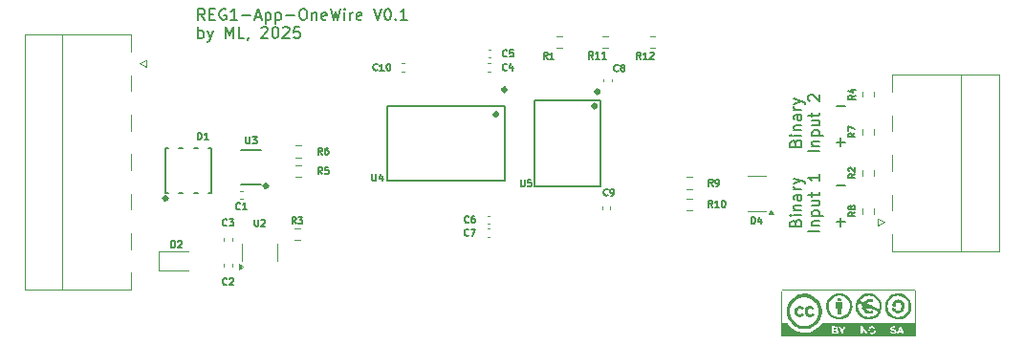
<source format=gto>
%TF.GenerationSoftware,KiCad,Pcbnew,9.0.3*%
%TF.CreationDate,2025-12-31T10:25:08+01:00*%
%TF.ProjectId,REG1-App-OneWire,52454731-2d41-4707-902d-4f6e65576972,V01.10*%
%TF.SameCoordinates,Original*%
%TF.FileFunction,Legend,Top*%
%TF.FilePolarity,Positive*%
%FSLAX46Y46*%
G04 Gerber Fmt 4.6, Leading zero omitted, Abs format (unit mm)*
G04 Created by KiCad (PCBNEW 9.0.3) date 2025-12-31 10:25:08*
%MOMM*%
%LPD*%
G01*
G04 APERTURE LIST*
%ADD10C,0.150000*%
%ADD11C,0.120000*%
%ADD12C,0.129000*%
%ADD13C,0.300000*%
%ADD14C,0.152400*%
%ADD15C,0.000000*%
G04 APERTURE END LIST*
D10*
X140216779Y-102358978D02*
X140978684Y-102358978D01*
X140216779Y-105578866D02*
X140978684Y-105578866D01*
X140597731Y-105959819D02*
X140597731Y-105197914D01*
X136616065Y-112721904D02*
X136663684Y-112579047D01*
X136663684Y-112579047D02*
X136711303Y-112531428D01*
X136711303Y-112531428D02*
X136806541Y-112483809D01*
X136806541Y-112483809D02*
X136949398Y-112483809D01*
X136949398Y-112483809D02*
X137044636Y-112531428D01*
X137044636Y-112531428D02*
X137092256Y-112579047D01*
X137092256Y-112579047D02*
X137139875Y-112674285D01*
X137139875Y-112674285D02*
X137139875Y-113055237D01*
X137139875Y-113055237D02*
X136139875Y-113055237D01*
X136139875Y-113055237D02*
X136139875Y-112721904D01*
X136139875Y-112721904D02*
X136187494Y-112626666D01*
X136187494Y-112626666D02*
X136235113Y-112579047D01*
X136235113Y-112579047D02*
X136330351Y-112531428D01*
X136330351Y-112531428D02*
X136425589Y-112531428D01*
X136425589Y-112531428D02*
X136520827Y-112579047D01*
X136520827Y-112579047D02*
X136568446Y-112626666D01*
X136568446Y-112626666D02*
X136616065Y-112721904D01*
X136616065Y-112721904D02*
X136616065Y-113055237D01*
X137139875Y-112055237D02*
X136473208Y-112055237D01*
X136139875Y-112055237D02*
X136187494Y-112102856D01*
X136187494Y-112102856D02*
X136235113Y-112055237D01*
X136235113Y-112055237D02*
X136187494Y-112007618D01*
X136187494Y-112007618D02*
X136139875Y-112055237D01*
X136139875Y-112055237D02*
X136235113Y-112055237D01*
X136473208Y-111579047D02*
X137139875Y-111579047D01*
X136568446Y-111579047D02*
X136520827Y-111531428D01*
X136520827Y-111531428D02*
X136473208Y-111436190D01*
X136473208Y-111436190D02*
X136473208Y-111293333D01*
X136473208Y-111293333D02*
X136520827Y-111198095D01*
X136520827Y-111198095D02*
X136616065Y-111150476D01*
X136616065Y-111150476D02*
X137139875Y-111150476D01*
X137139875Y-110245714D02*
X136616065Y-110245714D01*
X136616065Y-110245714D02*
X136520827Y-110293333D01*
X136520827Y-110293333D02*
X136473208Y-110388571D01*
X136473208Y-110388571D02*
X136473208Y-110579047D01*
X136473208Y-110579047D02*
X136520827Y-110674285D01*
X137092256Y-110245714D02*
X137139875Y-110340952D01*
X137139875Y-110340952D02*
X137139875Y-110579047D01*
X137139875Y-110579047D02*
X137092256Y-110674285D01*
X137092256Y-110674285D02*
X136997017Y-110721904D01*
X136997017Y-110721904D02*
X136901779Y-110721904D01*
X136901779Y-110721904D02*
X136806541Y-110674285D01*
X136806541Y-110674285D02*
X136758922Y-110579047D01*
X136758922Y-110579047D02*
X136758922Y-110340952D01*
X136758922Y-110340952D02*
X136711303Y-110245714D01*
X137139875Y-109769523D02*
X136473208Y-109769523D01*
X136663684Y-109769523D02*
X136568446Y-109721904D01*
X136568446Y-109721904D02*
X136520827Y-109674285D01*
X136520827Y-109674285D02*
X136473208Y-109579047D01*
X136473208Y-109579047D02*
X136473208Y-109483809D01*
X136473208Y-109245713D02*
X137139875Y-109007618D01*
X136473208Y-108769523D02*
X137139875Y-109007618D01*
X137139875Y-109007618D02*
X137377970Y-109102856D01*
X137377970Y-109102856D02*
X137425589Y-109150475D01*
X137425589Y-109150475D02*
X137473208Y-109245713D01*
X138749819Y-113459999D02*
X137749819Y-113459999D01*
X138083152Y-112983809D02*
X138749819Y-112983809D01*
X138178390Y-112983809D02*
X138130771Y-112936190D01*
X138130771Y-112936190D02*
X138083152Y-112840952D01*
X138083152Y-112840952D02*
X138083152Y-112698095D01*
X138083152Y-112698095D02*
X138130771Y-112602857D01*
X138130771Y-112602857D02*
X138226009Y-112555238D01*
X138226009Y-112555238D02*
X138749819Y-112555238D01*
X138083152Y-112079047D02*
X139083152Y-112079047D01*
X138130771Y-112079047D02*
X138083152Y-111983809D01*
X138083152Y-111983809D02*
X138083152Y-111793333D01*
X138083152Y-111793333D02*
X138130771Y-111698095D01*
X138130771Y-111698095D02*
X138178390Y-111650476D01*
X138178390Y-111650476D02*
X138273628Y-111602857D01*
X138273628Y-111602857D02*
X138559342Y-111602857D01*
X138559342Y-111602857D02*
X138654580Y-111650476D01*
X138654580Y-111650476D02*
X138702200Y-111698095D01*
X138702200Y-111698095D02*
X138749819Y-111793333D01*
X138749819Y-111793333D02*
X138749819Y-111983809D01*
X138749819Y-111983809D02*
X138702200Y-112079047D01*
X138083152Y-110745714D02*
X138749819Y-110745714D01*
X138083152Y-111174285D02*
X138606961Y-111174285D01*
X138606961Y-111174285D02*
X138702200Y-111126666D01*
X138702200Y-111126666D02*
X138749819Y-111031428D01*
X138749819Y-111031428D02*
X138749819Y-110888571D01*
X138749819Y-110888571D02*
X138702200Y-110793333D01*
X138702200Y-110793333D02*
X138654580Y-110745714D01*
X138083152Y-110412380D02*
X138083152Y-110031428D01*
X137749819Y-110269523D02*
X138606961Y-110269523D01*
X138606961Y-110269523D02*
X138702200Y-110221904D01*
X138702200Y-110221904D02*
X138749819Y-110126666D01*
X138749819Y-110126666D02*
X138749819Y-110031428D01*
X138749819Y-108412380D02*
X138749819Y-108983808D01*
X138749819Y-108698094D02*
X137749819Y-108698094D01*
X137749819Y-108698094D02*
X137892676Y-108793332D01*
X137892676Y-108793332D02*
X137987914Y-108888570D01*
X137987914Y-108888570D02*
X138035533Y-108983808D01*
X84308207Y-94749847D02*
X83974874Y-94273656D01*
X83736779Y-94749847D02*
X83736779Y-93749847D01*
X83736779Y-93749847D02*
X84117731Y-93749847D01*
X84117731Y-93749847D02*
X84212969Y-93797466D01*
X84212969Y-93797466D02*
X84260588Y-93845085D01*
X84260588Y-93845085D02*
X84308207Y-93940323D01*
X84308207Y-93940323D02*
X84308207Y-94083180D01*
X84308207Y-94083180D02*
X84260588Y-94178418D01*
X84260588Y-94178418D02*
X84212969Y-94226037D01*
X84212969Y-94226037D02*
X84117731Y-94273656D01*
X84117731Y-94273656D02*
X83736779Y-94273656D01*
X84736779Y-94226037D02*
X85070112Y-94226037D01*
X85212969Y-94749847D02*
X84736779Y-94749847D01*
X84736779Y-94749847D02*
X84736779Y-93749847D01*
X84736779Y-93749847D02*
X85212969Y-93749847D01*
X86165350Y-93797466D02*
X86070112Y-93749847D01*
X86070112Y-93749847D02*
X85927255Y-93749847D01*
X85927255Y-93749847D02*
X85784398Y-93797466D01*
X85784398Y-93797466D02*
X85689160Y-93892704D01*
X85689160Y-93892704D02*
X85641541Y-93987942D01*
X85641541Y-93987942D02*
X85593922Y-94178418D01*
X85593922Y-94178418D02*
X85593922Y-94321275D01*
X85593922Y-94321275D02*
X85641541Y-94511751D01*
X85641541Y-94511751D02*
X85689160Y-94606989D01*
X85689160Y-94606989D02*
X85784398Y-94702228D01*
X85784398Y-94702228D02*
X85927255Y-94749847D01*
X85927255Y-94749847D02*
X86022493Y-94749847D01*
X86022493Y-94749847D02*
X86165350Y-94702228D01*
X86165350Y-94702228D02*
X86212969Y-94654608D01*
X86212969Y-94654608D02*
X86212969Y-94321275D01*
X86212969Y-94321275D02*
X86022493Y-94321275D01*
X87165350Y-94749847D02*
X86593922Y-94749847D01*
X86879636Y-94749847D02*
X86879636Y-93749847D01*
X86879636Y-93749847D02*
X86784398Y-93892704D01*
X86784398Y-93892704D02*
X86689160Y-93987942D01*
X86689160Y-93987942D02*
X86593922Y-94035561D01*
X87593922Y-94368894D02*
X88355827Y-94368894D01*
X88784398Y-94464132D02*
X89260588Y-94464132D01*
X88689160Y-94749847D02*
X89022493Y-93749847D01*
X89022493Y-93749847D02*
X89355826Y-94749847D01*
X89689160Y-94083180D02*
X89689160Y-95083180D01*
X89689160Y-94130799D02*
X89784398Y-94083180D01*
X89784398Y-94083180D02*
X89974874Y-94083180D01*
X89974874Y-94083180D02*
X90070112Y-94130799D01*
X90070112Y-94130799D02*
X90117731Y-94178418D01*
X90117731Y-94178418D02*
X90165350Y-94273656D01*
X90165350Y-94273656D02*
X90165350Y-94559370D01*
X90165350Y-94559370D02*
X90117731Y-94654608D01*
X90117731Y-94654608D02*
X90070112Y-94702228D01*
X90070112Y-94702228D02*
X89974874Y-94749847D01*
X89974874Y-94749847D02*
X89784398Y-94749847D01*
X89784398Y-94749847D02*
X89689160Y-94702228D01*
X90593922Y-94083180D02*
X90593922Y-95083180D01*
X90593922Y-94130799D02*
X90689160Y-94083180D01*
X90689160Y-94083180D02*
X90879636Y-94083180D01*
X90879636Y-94083180D02*
X90974874Y-94130799D01*
X90974874Y-94130799D02*
X91022493Y-94178418D01*
X91022493Y-94178418D02*
X91070112Y-94273656D01*
X91070112Y-94273656D02*
X91070112Y-94559370D01*
X91070112Y-94559370D02*
X91022493Y-94654608D01*
X91022493Y-94654608D02*
X90974874Y-94702228D01*
X90974874Y-94702228D02*
X90879636Y-94749847D01*
X90879636Y-94749847D02*
X90689160Y-94749847D01*
X90689160Y-94749847D02*
X90593922Y-94702228D01*
X91498684Y-94368894D02*
X92260589Y-94368894D01*
X92927255Y-93749847D02*
X93117731Y-93749847D01*
X93117731Y-93749847D02*
X93212969Y-93797466D01*
X93212969Y-93797466D02*
X93308207Y-93892704D01*
X93308207Y-93892704D02*
X93355826Y-94083180D01*
X93355826Y-94083180D02*
X93355826Y-94416513D01*
X93355826Y-94416513D02*
X93308207Y-94606989D01*
X93308207Y-94606989D02*
X93212969Y-94702228D01*
X93212969Y-94702228D02*
X93117731Y-94749847D01*
X93117731Y-94749847D02*
X92927255Y-94749847D01*
X92927255Y-94749847D02*
X92832017Y-94702228D01*
X92832017Y-94702228D02*
X92736779Y-94606989D01*
X92736779Y-94606989D02*
X92689160Y-94416513D01*
X92689160Y-94416513D02*
X92689160Y-94083180D01*
X92689160Y-94083180D02*
X92736779Y-93892704D01*
X92736779Y-93892704D02*
X92832017Y-93797466D01*
X92832017Y-93797466D02*
X92927255Y-93749847D01*
X93784398Y-94083180D02*
X93784398Y-94749847D01*
X93784398Y-94178418D02*
X93832017Y-94130799D01*
X93832017Y-94130799D02*
X93927255Y-94083180D01*
X93927255Y-94083180D02*
X94070112Y-94083180D01*
X94070112Y-94083180D02*
X94165350Y-94130799D01*
X94165350Y-94130799D02*
X94212969Y-94226037D01*
X94212969Y-94226037D02*
X94212969Y-94749847D01*
X95070112Y-94702228D02*
X94974874Y-94749847D01*
X94974874Y-94749847D02*
X94784398Y-94749847D01*
X94784398Y-94749847D02*
X94689160Y-94702228D01*
X94689160Y-94702228D02*
X94641541Y-94606989D01*
X94641541Y-94606989D02*
X94641541Y-94226037D01*
X94641541Y-94226037D02*
X94689160Y-94130799D01*
X94689160Y-94130799D02*
X94784398Y-94083180D01*
X94784398Y-94083180D02*
X94974874Y-94083180D01*
X94974874Y-94083180D02*
X95070112Y-94130799D01*
X95070112Y-94130799D02*
X95117731Y-94226037D01*
X95117731Y-94226037D02*
X95117731Y-94321275D01*
X95117731Y-94321275D02*
X94641541Y-94416513D01*
X95451065Y-93749847D02*
X95689160Y-94749847D01*
X95689160Y-94749847D02*
X95879636Y-94035561D01*
X95879636Y-94035561D02*
X96070112Y-94749847D01*
X96070112Y-94749847D02*
X96308208Y-93749847D01*
X96689160Y-94749847D02*
X96689160Y-94083180D01*
X96689160Y-93749847D02*
X96641541Y-93797466D01*
X96641541Y-93797466D02*
X96689160Y-93845085D01*
X96689160Y-93845085D02*
X96736779Y-93797466D01*
X96736779Y-93797466D02*
X96689160Y-93749847D01*
X96689160Y-93749847D02*
X96689160Y-93845085D01*
X97165350Y-94749847D02*
X97165350Y-94083180D01*
X97165350Y-94273656D02*
X97212969Y-94178418D01*
X97212969Y-94178418D02*
X97260588Y-94130799D01*
X97260588Y-94130799D02*
X97355826Y-94083180D01*
X97355826Y-94083180D02*
X97451064Y-94083180D01*
X98165350Y-94702228D02*
X98070112Y-94749847D01*
X98070112Y-94749847D02*
X97879636Y-94749847D01*
X97879636Y-94749847D02*
X97784398Y-94702228D01*
X97784398Y-94702228D02*
X97736779Y-94606989D01*
X97736779Y-94606989D02*
X97736779Y-94226037D01*
X97736779Y-94226037D02*
X97784398Y-94130799D01*
X97784398Y-94130799D02*
X97879636Y-94083180D01*
X97879636Y-94083180D02*
X98070112Y-94083180D01*
X98070112Y-94083180D02*
X98165350Y-94130799D01*
X98165350Y-94130799D02*
X98212969Y-94226037D01*
X98212969Y-94226037D02*
X98212969Y-94321275D01*
X98212969Y-94321275D02*
X97736779Y-94416513D01*
X99260589Y-93749847D02*
X99593922Y-94749847D01*
X99593922Y-94749847D02*
X99927255Y-93749847D01*
X100451065Y-93749847D02*
X100546303Y-93749847D01*
X100546303Y-93749847D02*
X100641541Y-93797466D01*
X100641541Y-93797466D02*
X100689160Y-93845085D01*
X100689160Y-93845085D02*
X100736779Y-93940323D01*
X100736779Y-93940323D02*
X100784398Y-94130799D01*
X100784398Y-94130799D02*
X100784398Y-94368894D01*
X100784398Y-94368894D02*
X100736779Y-94559370D01*
X100736779Y-94559370D02*
X100689160Y-94654608D01*
X100689160Y-94654608D02*
X100641541Y-94702228D01*
X100641541Y-94702228D02*
X100546303Y-94749847D01*
X100546303Y-94749847D02*
X100451065Y-94749847D01*
X100451065Y-94749847D02*
X100355827Y-94702228D01*
X100355827Y-94702228D02*
X100308208Y-94654608D01*
X100308208Y-94654608D02*
X100260589Y-94559370D01*
X100260589Y-94559370D02*
X100212970Y-94368894D01*
X100212970Y-94368894D02*
X100212970Y-94130799D01*
X100212970Y-94130799D02*
X100260589Y-93940323D01*
X100260589Y-93940323D02*
X100308208Y-93845085D01*
X100308208Y-93845085D02*
X100355827Y-93797466D01*
X100355827Y-93797466D02*
X100451065Y-93749847D01*
X101212970Y-94654608D02*
X101260589Y-94702228D01*
X101260589Y-94702228D02*
X101212970Y-94749847D01*
X101212970Y-94749847D02*
X101165351Y-94702228D01*
X101165351Y-94702228D02*
X101212970Y-94654608D01*
X101212970Y-94654608D02*
X101212970Y-94749847D01*
X102212969Y-94749847D02*
X101641541Y-94749847D01*
X101927255Y-94749847D02*
X101927255Y-93749847D01*
X101927255Y-93749847D02*
X101832017Y-93892704D01*
X101832017Y-93892704D02*
X101736779Y-93987942D01*
X101736779Y-93987942D02*
X101641541Y-94035561D01*
X83736779Y-96359791D02*
X83736779Y-95359791D01*
X83736779Y-95740743D02*
X83832017Y-95693124D01*
X83832017Y-95693124D02*
X84022493Y-95693124D01*
X84022493Y-95693124D02*
X84117731Y-95740743D01*
X84117731Y-95740743D02*
X84165350Y-95788362D01*
X84165350Y-95788362D02*
X84212969Y-95883600D01*
X84212969Y-95883600D02*
X84212969Y-96169314D01*
X84212969Y-96169314D02*
X84165350Y-96264552D01*
X84165350Y-96264552D02*
X84117731Y-96312172D01*
X84117731Y-96312172D02*
X84022493Y-96359791D01*
X84022493Y-96359791D02*
X83832017Y-96359791D01*
X83832017Y-96359791D02*
X83736779Y-96312172D01*
X84546303Y-95693124D02*
X84784398Y-96359791D01*
X85022493Y-95693124D02*
X84784398Y-96359791D01*
X84784398Y-96359791D02*
X84689160Y-96597886D01*
X84689160Y-96597886D02*
X84641541Y-96645505D01*
X84641541Y-96645505D02*
X84546303Y-96693124D01*
X86165351Y-96359791D02*
X86165351Y-95359791D01*
X86165351Y-95359791D02*
X86498684Y-96074076D01*
X86498684Y-96074076D02*
X86832017Y-95359791D01*
X86832017Y-95359791D02*
X86832017Y-96359791D01*
X87784398Y-96359791D02*
X87308208Y-96359791D01*
X87308208Y-96359791D02*
X87308208Y-95359791D01*
X88165351Y-96312172D02*
X88165351Y-96359791D01*
X88165351Y-96359791D02*
X88117732Y-96455029D01*
X88117732Y-96455029D02*
X88070113Y-96502648D01*
X89308208Y-95455029D02*
X89355827Y-95407410D01*
X89355827Y-95407410D02*
X89451065Y-95359791D01*
X89451065Y-95359791D02*
X89689160Y-95359791D01*
X89689160Y-95359791D02*
X89784398Y-95407410D01*
X89784398Y-95407410D02*
X89832017Y-95455029D01*
X89832017Y-95455029D02*
X89879636Y-95550267D01*
X89879636Y-95550267D02*
X89879636Y-95645505D01*
X89879636Y-95645505D02*
X89832017Y-95788362D01*
X89832017Y-95788362D02*
X89260589Y-96359791D01*
X89260589Y-96359791D02*
X89879636Y-96359791D01*
X90498684Y-95359791D02*
X90593922Y-95359791D01*
X90593922Y-95359791D02*
X90689160Y-95407410D01*
X90689160Y-95407410D02*
X90736779Y-95455029D01*
X90736779Y-95455029D02*
X90784398Y-95550267D01*
X90784398Y-95550267D02*
X90832017Y-95740743D01*
X90832017Y-95740743D02*
X90832017Y-95978838D01*
X90832017Y-95978838D02*
X90784398Y-96169314D01*
X90784398Y-96169314D02*
X90736779Y-96264552D01*
X90736779Y-96264552D02*
X90689160Y-96312172D01*
X90689160Y-96312172D02*
X90593922Y-96359791D01*
X90593922Y-96359791D02*
X90498684Y-96359791D01*
X90498684Y-96359791D02*
X90403446Y-96312172D01*
X90403446Y-96312172D02*
X90355827Y-96264552D01*
X90355827Y-96264552D02*
X90308208Y-96169314D01*
X90308208Y-96169314D02*
X90260589Y-95978838D01*
X90260589Y-95978838D02*
X90260589Y-95740743D01*
X90260589Y-95740743D02*
X90308208Y-95550267D01*
X90308208Y-95550267D02*
X90355827Y-95455029D01*
X90355827Y-95455029D02*
X90403446Y-95407410D01*
X90403446Y-95407410D02*
X90498684Y-95359791D01*
X91212970Y-95455029D02*
X91260589Y-95407410D01*
X91260589Y-95407410D02*
X91355827Y-95359791D01*
X91355827Y-95359791D02*
X91593922Y-95359791D01*
X91593922Y-95359791D02*
X91689160Y-95407410D01*
X91689160Y-95407410D02*
X91736779Y-95455029D01*
X91736779Y-95455029D02*
X91784398Y-95550267D01*
X91784398Y-95550267D02*
X91784398Y-95645505D01*
X91784398Y-95645505D02*
X91736779Y-95788362D01*
X91736779Y-95788362D02*
X91165351Y-96359791D01*
X91165351Y-96359791D02*
X91784398Y-96359791D01*
X92689160Y-95359791D02*
X92212970Y-95359791D01*
X92212970Y-95359791D02*
X92165351Y-95835981D01*
X92165351Y-95835981D02*
X92212970Y-95788362D01*
X92212970Y-95788362D02*
X92308208Y-95740743D01*
X92308208Y-95740743D02*
X92546303Y-95740743D01*
X92546303Y-95740743D02*
X92641541Y-95788362D01*
X92641541Y-95788362D02*
X92689160Y-95835981D01*
X92689160Y-95835981D02*
X92736779Y-95931219D01*
X92736779Y-95931219D02*
X92736779Y-96169314D01*
X92736779Y-96169314D02*
X92689160Y-96264552D01*
X92689160Y-96264552D02*
X92641541Y-96312172D01*
X92641541Y-96312172D02*
X92546303Y-96359791D01*
X92546303Y-96359791D02*
X92308208Y-96359791D01*
X92308208Y-96359791D02*
X92212970Y-96312172D01*
X92212970Y-96312172D02*
X92165351Y-96264552D01*
X136616065Y-105651904D02*
X136663684Y-105509047D01*
X136663684Y-105509047D02*
X136711303Y-105461428D01*
X136711303Y-105461428D02*
X136806541Y-105413809D01*
X136806541Y-105413809D02*
X136949398Y-105413809D01*
X136949398Y-105413809D02*
X137044636Y-105461428D01*
X137044636Y-105461428D02*
X137092256Y-105509047D01*
X137092256Y-105509047D02*
X137139875Y-105604285D01*
X137139875Y-105604285D02*
X137139875Y-105985237D01*
X137139875Y-105985237D02*
X136139875Y-105985237D01*
X136139875Y-105985237D02*
X136139875Y-105651904D01*
X136139875Y-105651904D02*
X136187494Y-105556666D01*
X136187494Y-105556666D02*
X136235113Y-105509047D01*
X136235113Y-105509047D02*
X136330351Y-105461428D01*
X136330351Y-105461428D02*
X136425589Y-105461428D01*
X136425589Y-105461428D02*
X136520827Y-105509047D01*
X136520827Y-105509047D02*
X136568446Y-105556666D01*
X136568446Y-105556666D02*
X136616065Y-105651904D01*
X136616065Y-105651904D02*
X136616065Y-105985237D01*
X137139875Y-104985237D02*
X136473208Y-104985237D01*
X136139875Y-104985237D02*
X136187494Y-105032856D01*
X136187494Y-105032856D02*
X136235113Y-104985237D01*
X136235113Y-104985237D02*
X136187494Y-104937618D01*
X136187494Y-104937618D02*
X136139875Y-104985237D01*
X136139875Y-104985237D02*
X136235113Y-104985237D01*
X136473208Y-104509047D02*
X137139875Y-104509047D01*
X136568446Y-104509047D02*
X136520827Y-104461428D01*
X136520827Y-104461428D02*
X136473208Y-104366190D01*
X136473208Y-104366190D02*
X136473208Y-104223333D01*
X136473208Y-104223333D02*
X136520827Y-104128095D01*
X136520827Y-104128095D02*
X136616065Y-104080476D01*
X136616065Y-104080476D02*
X137139875Y-104080476D01*
X137139875Y-103175714D02*
X136616065Y-103175714D01*
X136616065Y-103175714D02*
X136520827Y-103223333D01*
X136520827Y-103223333D02*
X136473208Y-103318571D01*
X136473208Y-103318571D02*
X136473208Y-103509047D01*
X136473208Y-103509047D02*
X136520827Y-103604285D01*
X137092256Y-103175714D02*
X137139875Y-103270952D01*
X137139875Y-103270952D02*
X137139875Y-103509047D01*
X137139875Y-103509047D02*
X137092256Y-103604285D01*
X137092256Y-103604285D02*
X136997017Y-103651904D01*
X136997017Y-103651904D02*
X136901779Y-103651904D01*
X136901779Y-103651904D02*
X136806541Y-103604285D01*
X136806541Y-103604285D02*
X136758922Y-103509047D01*
X136758922Y-103509047D02*
X136758922Y-103270952D01*
X136758922Y-103270952D02*
X136711303Y-103175714D01*
X137139875Y-102699523D02*
X136473208Y-102699523D01*
X136663684Y-102699523D02*
X136568446Y-102651904D01*
X136568446Y-102651904D02*
X136520827Y-102604285D01*
X136520827Y-102604285D02*
X136473208Y-102509047D01*
X136473208Y-102509047D02*
X136473208Y-102413809D01*
X136473208Y-102175713D02*
X137139875Y-101937618D01*
X136473208Y-101699523D02*
X137139875Y-101937618D01*
X137139875Y-101937618D02*
X137377970Y-102032856D01*
X137377970Y-102032856D02*
X137425589Y-102080475D01*
X137425589Y-102080475D02*
X137473208Y-102175713D01*
X138749819Y-106389999D02*
X137749819Y-106389999D01*
X138083152Y-105913809D02*
X138749819Y-105913809D01*
X138178390Y-105913809D02*
X138130771Y-105866190D01*
X138130771Y-105866190D02*
X138083152Y-105770952D01*
X138083152Y-105770952D02*
X138083152Y-105628095D01*
X138083152Y-105628095D02*
X138130771Y-105532857D01*
X138130771Y-105532857D02*
X138226009Y-105485238D01*
X138226009Y-105485238D02*
X138749819Y-105485238D01*
X138083152Y-105009047D02*
X139083152Y-105009047D01*
X138130771Y-105009047D02*
X138083152Y-104913809D01*
X138083152Y-104913809D02*
X138083152Y-104723333D01*
X138083152Y-104723333D02*
X138130771Y-104628095D01*
X138130771Y-104628095D02*
X138178390Y-104580476D01*
X138178390Y-104580476D02*
X138273628Y-104532857D01*
X138273628Y-104532857D02*
X138559342Y-104532857D01*
X138559342Y-104532857D02*
X138654580Y-104580476D01*
X138654580Y-104580476D02*
X138702200Y-104628095D01*
X138702200Y-104628095D02*
X138749819Y-104723333D01*
X138749819Y-104723333D02*
X138749819Y-104913809D01*
X138749819Y-104913809D02*
X138702200Y-105009047D01*
X138083152Y-103675714D02*
X138749819Y-103675714D01*
X138083152Y-104104285D02*
X138606961Y-104104285D01*
X138606961Y-104104285D02*
X138702200Y-104056666D01*
X138702200Y-104056666D02*
X138749819Y-103961428D01*
X138749819Y-103961428D02*
X138749819Y-103818571D01*
X138749819Y-103818571D02*
X138702200Y-103723333D01*
X138702200Y-103723333D02*
X138654580Y-103675714D01*
X138083152Y-103342380D02*
X138083152Y-102961428D01*
X137749819Y-103199523D02*
X138606961Y-103199523D01*
X138606961Y-103199523D02*
X138702200Y-103151904D01*
X138702200Y-103151904D02*
X138749819Y-103056666D01*
X138749819Y-103056666D02*
X138749819Y-102961428D01*
X137845057Y-101913808D02*
X137797438Y-101866189D01*
X137797438Y-101866189D02*
X137749819Y-101770951D01*
X137749819Y-101770951D02*
X137749819Y-101532856D01*
X137749819Y-101532856D02*
X137797438Y-101437618D01*
X137797438Y-101437618D02*
X137845057Y-101389999D01*
X137845057Y-101389999D02*
X137940295Y-101342380D01*
X137940295Y-101342380D02*
X138035533Y-101342380D01*
X138035533Y-101342380D02*
X138178390Y-101389999D01*
X138178390Y-101389999D02*
X138749819Y-101961427D01*
X138749819Y-101961427D02*
X138749819Y-101342380D01*
X140216779Y-109428978D02*
X140978684Y-109428978D01*
X140216779Y-112648866D02*
X140978684Y-112648866D01*
X140597731Y-113029819D02*
X140597731Y-112267914D01*
X107670000Y-113812628D02*
X107641428Y-113841200D01*
X107641428Y-113841200D02*
X107555714Y-113869771D01*
X107555714Y-113869771D02*
X107498571Y-113869771D01*
X107498571Y-113869771D02*
X107412857Y-113841200D01*
X107412857Y-113841200D02*
X107355714Y-113784057D01*
X107355714Y-113784057D02*
X107327143Y-113726914D01*
X107327143Y-113726914D02*
X107298571Y-113612628D01*
X107298571Y-113612628D02*
X107298571Y-113526914D01*
X107298571Y-113526914D02*
X107327143Y-113412628D01*
X107327143Y-113412628D02*
X107355714Y-113355485D01*
X107355714Y-113355485D02*
X107412857Y-113298342D01*
X107412857Y-113298342D02*
X107498571Y-113269771D01*
X107498571Y-113269771D02*
X107555714Y-113269771D01*
X107555714Y-113269771D02*
X107641428Y-113298342D01*
X107641428Y-113298342D02*
X107670000Y-113326914D01*
X107870000Y-113269771D02*
X108270000Y-113269771D01*
X108270000Y-113269771D02*
X108012857Y-113869771D01*
X83697143Y-105319771D02*
X83697143Y-104719771D01*
X83697143Y-104719771D02*
X83840000Y-104719771D01*
X83840000Y-104719771D02*
X83925714Y-104748342D01*
X83925714Y-104748342D02*
X83982857Y-104805485D01*
X83982857Y-104805485D02*
X84011428Y-104862628D01*
X84011428Y-104862628D02*
X84040000Y-104976914D01*
X84040000Y-104976914D02*
X84040000Y-105062628D01*
X84040000Y-105062628D02*
X84011428Y-105176914D01*
X84011428Y-105176914D02*
X83982857Y-105234057D01*
X83982857Y-105234057D02*
X83925714Y-105291200D01*
X83925714Y-105291200D02*
X83840000Y-105319771D01*
X83840000Y-105319771D02*
X83697143Y-105319771D01*
X84611428Y-105319771D02*
X84268571Y-105319771D01*
X84440000Y-105319771D02*
X84440000Y-104719771D01*
X84440000Y-104719771D02*
X84382857Y-104805485D01*
X84382857Y-104805485D02*
X84325714Y-104862628D01*
X84325714Y-104862628D02*
X84268571Y-104891200D01*
X141909771Y-101414999D02*
X141624057Y-101614999D01*
X141909771Y-101757856D02*
X141309771Y-101757856D01*
X141309771Y-101757856D02*
X141309771Y-101529285D01*
X141309771Y-101529285D02*
X141338342Y-101472142D01*
X141338342Y-101472142D02*
X141366914Y-101443571D01*
X141366914Y-101443571D02*
X141424057Y-101414999D01*
X141424057Y-101414999D02*
X141509771Y-101414999D01*
X141509771Y-101414999D02*
X141566914Y-101443571D01*
X141566914Y-101443571D02*
X141595485Y-101472142D01*
X141595485Y-101472142D02*
X141624057Y-101529285D01*
X141624057Y-101529285D02*
X141624057Y-101757856D01*
X141509771Y-100900714D02*
X141909771Y-100900714D01*
X141281200Y-101043571D02*
X141709771Y-101186428D01*
X141709771Y-101186428D02*
X141709771Y-100814999D01*
X129274285Y-111339771D02*
X129074285Y-111054057D01*
X128931428Y-111339771D02*
X128931428Y-110739771D01*
X128931428Y-110739771D02*
X129159999Y-110739771D01*
X129159999Y-110739771D02*
X129217142Y-110768342D01*
X129217142Y-110768342D02*
X129245713Y-110796914D01*
X129245713Y-110796914D02*
X129274285Y-110854057D01*
X129274285Y-110854057D02*
X129274285Y-110939771D01*
X129274285Y-110939771D02*
X129245713Y-110996914D01*
X129245713Y-110996914D02*
X129217142Y-111025485D01*
X129217142Y-111025485D02*
X129159999Y-111054057D01*
X129159999Y-111054057D02*
X128931428Y-111054057D01*
X129845713Y-111339771D02*
X129502856Y-111339771D01*
X129674285Y-111339771D02*
X129674285Y-110739771D01*
X129674285Y-110739771D02*
X129617142Y-110825485D01*
X129617142Y-110825485D02*
X129559999Y-110882628D01*
X129559999Y-110882628D02*
X129502856Y-110911200D01*
X130217142Y-110739771D02*
X130274285Y-110739771D01*
X130274285Y-110739771D02*
X130331428Y-110768342D01*
X130331428Y-110768342D02*
X130360000Y-110796914D01*
X130360000Y-110796914D02*
X130388571Y-110854057D01*
X130388571Y-110854057D02*
X130417142Y-110968342D01*
X130417142Y-110968342D02*
X130417142Y-111111200D01*
X130417142Y-111111200D02*
X130388571Y-111225485D01*
X130388571Y-111225485D02*
X130360000Y-111282628D01*
X130360000Y-111282628D02*
X130331428Y-111311200D01*
X130331428Y-111311200D02*
X130274285Y-111339771D01*
X130274285Y-111339771D02*
X130217142Y-111339771D01*
X130217142Y-111339771D02*
X130160000Y-111311200D01*
X130160000Y-111311200D02*
X130131428Y-111282628D01*
X130131428Y-111282628D02*
X130102857Y-111225485D01*
X130102857Y-111225485D02*
X130074285Y-111111200D01*
X130074285Y-111111200D02*
X130074285Y-110968342D01*
X130074285Y-110968342D02*
X130102857Y-110854057D01*
X130102857Y-110854057D02*
X130131428Y-110796914D01*
X130131428Y-110796914D02*
X130160000Y-110768342D01*
X130160000Y-110768342D02*
X130217142Y-110739771D01*
X111050000Y-99152628D02*
X111021428Y-99181200D01*
X111021428Y-99181200D02*
X110935714Y-99209771D01*
X110935714Y-99209771D02*
X110878571Y-99209771D01*
X110878571Y-99209771D02*
X110792857Y-99181200D01*
X110792857Y-99181200D02*
X110735714Y-99124057D01*
X110735714Y-99124057D02*
X110707143Y-99066914D01*
X110707143Y-99066914D02*
X110678571Y-98952628D01*
X110678571Y-98952628D02*
X110678571Y-98866914D01*
X110678571Y-98866914D02*
X110707143Y-98752628D01*
X110707143Y-98752628D02*
X110735714Y-98695485D01*
X110735714Y-98695485D02*
X110792857Y-98638342D01*
X110792857Y-98638342D02*
X110878571Y-98609771D01*
X110878571Y-98609771D02*
X110935714Y-98609771D01*
X110935714Y-98609771D02*
X111021428Y-98638342D01*
X111021428Y-98638342D02*
X111050000Y-98666914D01*
X111564286Y-98809771D02*
X111564286Y-99209771D01*
X111421428Y-98581200D02*
X111278571Y-99009771D01*
X111278571Y-99009771D02*
X111650000Y-99009771D01*
X94690000Y-108389771D02*
X94490000Y-108104057D01*
X94347143Y-108389771D02*
X94347143Y-107789771D01*
X94347143Y-107789771D02*
X94575714Y-107789771D01*
X94575714Y-107789771D02*
X94632857Y-107818342D01*
X94632857Y-107818342D02*
X94661428Y-107846914D01*
X94661428Y-107846914D02*
X94690000Y-107904057D01*
X94690000Y-107904057D02*
X94690000Y-107989771D01*
X94690000Y-107989771D02*
X94661428Y-108046914D01*
X94661428Y-108046914D02*
X94632857Y-108075485D01*
X94632857Y-108075485D02*
X94575714Y-108104057D01*
X94575714Y-108104057D02*
X94347143Y-108104057D01*
X95232857Y-107789771D02*
X94947143Y-107789771D01*
X94947143Y-107789771D02*
X94918571Y-108075485D01*
X94918571Y-108075485D02*
X94947143Y-108046914D01*
X94947143Y-108046914D02*
X95004286Y-108018342D01*
X95004286Y-108018342D02*
X95147143Y-108018342D01*
X95147143Y-108018342D02*
X95204286Y-108046914D01*
X95204286Y-108046914D02*
X95232857Y-108075485D01*
X95232857Y-108075485D02*
X95261428Y-108132628D01*
X95261428Y-108132628D02*
X95261428Y-108275485D01*
X95261428Y-108275485D02*
X95232857Y-108332628D01*
X95232857Y-108332628D02*
X95204286Y-108361200D01*
X95204286Y-108361200D02*
X95147143Y-108389771D01*
X95147143Y-108389771D02*
X95004286Y-108389771D01*
X95004286Y-108389771D02*
X94947143Y-108361200D01*
X94947143Y-108361200D02*
X94918571Y-108332628D01*
X87451800Y-111482628D02*
X87423228Y-111511200D01*
X87423228Y-111511200D02*
X87337514Y-111539771D01*
X87337514Y-111539771D02*
X87280371Y-111539771D01*
X87280371Y-111539771D02*
X87194657Y-111511200D01*
X87194657Y-111511200D02*
X87137514Y-111454057D01*
X87137514Y-111454057D02*
X87108943Y-111396914D01*
X87108943Y-111396914D02*
X87080371Y-111282628D01*
X87080371Y-111282628D02*
X87080371Y-111196914D01*
X87080371Y-111196914D02*
X87108943Y-111082628D01*
X87108943Y-111082628D02*
X87137514Y-111025485D01*
X87137514Y-111025485D02*
X87194657Y-110968342D01*
X87194657Y-110968342D02*
X87280371Y-110939771D01*
X87280371Y-110939771D02*
X87337514Y-110939771D01*
X87337514Y-110939771D02*
X87423228Y-110968342D01*
X87423228Y-110968342D02*
X87451800Y-110996914D01*
X88023228Y-111539771D02*
X87680371Y-111539771D01*
X87851800Y-111539771D02*
X87851800Y-110939771D01*
X87851800Y-110939771D02*
X87794657Y-111025485D01*
X87794657Y-111025485D02*
X87737514Y-111082628D01*
X87737514Y-111082628D02*
X87680371Y-111111200D01*
X111080000Y-97942628D02*
X111051428Y-97971200D01*
X111051428Y-97971200D02*
X110965714Y-97999771D01*
X110965714Y-97999771D02*
X110908571Y-97999771D01*
X110908571Y-97999771D02*
X110822857Y-97971200D01*
X110822857Y-97971200D02*
X110765714Y-97914057D01*
X110765714Y-97914057D02*
X110737143Y-97856914D01*
X110737143Y-97856914D02*
X110708571Y-97742628D01*
X110708571Y-97742628D02*
X110708571Y-97656914D01*
X110708571Y-97656914D02*
X110737143Y-97542628D01*
X110737143Y-97542628D02*
X110765714Y-97485485D01*
X110765714Y-97485485D02*
X110822857Y-97428342D01*
X110822857Y-97428342D02*
X110908571Y-97399771D01*
X110908571Y-97399771D02*
X110965714Y-97399771D01*
X110965714Y-97399771D02*
X111051428Y-97428342D01*
X111051428Y-97428342D02*
X111080000Y-97456914D01*
X111622857Y-97399771D02*
X111337143Y-97399771D01*
X111337143Y-97399771D02*
X111308571Y-97685485D01*
X111308571Y-97685485D02*
X111337143Y-97656914D01*
X111337143Y-97656914D02*
X111394286Y-97628342D01*
X111394286Y-97628342D02*
X111537143Y-97628342D01*
X111537143Y-97628342D02*
X111594286Y-97656914D01*
X111594286Y-97656914D02*
X111622857Y-97685485D01*
X111622857Y-97685485D02*
X111651428Y-97742628D01*
X111651428Y-97742628D02*
X111651428Y-97885485D01*
X111651428Y-97885485D02*
X111622857Y-97942628D01*
X111622857Y-97942628D02*
X111594286Y-97971200D01*
X111594286Y-97971200D02*
X111537143Y-97999771D01*
X111537143Y-97999771D02*
X111394286Y-97999771D01*
X111394286Y-97999771D02*
X111337143Y-97971200D01*
X111337143Y-97971200D02*
X111308571Y-97942628D01*
X99594285Y-99152628D02*
X99565713Y-99181200D01*
X99565713Y-99181200D02*
X99479999Y-99209771D01*
X99479999Y-99209771D02*
X99422856Y-99209771D01*
X99422856Y-99209771D02*
X99337142Y-99181200D01*
X99337142Y-99181200D02*
X99279999Y-99124057D01*
X99279999Y-99124057D02*
X99251428Y-99066914D01*
X99251428Y-99066914D02*
X99222856Y-98952628D01*
X99222856Y-98952628D02*
X99222856Y-98866914D01*
X99222856Y-98866914D02*
X99251428Y-98752628D01*
X99251428Y-98752628D02*
X99279999Y-98695485D01*
X99279999Y-98695485D02*
X99337142Y-98638342D01*
X99337142Y-98638342D02*
X99422856Y-98609771D01*
X99422856Y-98609771D02*
X99479999Y-98609771D01*
X99479999Y-98609771D02*
X99565713Y-98638342D01*
X99565713Y-98638342D02*
X99594285Y-98666914D01*
X100165713Y-99209771D02*
X99822856Y-99209771D01*
X99994285Y-99209771D02*
X99994285Y-98609771D01*
X99994285Y-98609771D02*
X99937142Y-98695485D01*
X99937142Y-98695485D02*
X99879999Y-98752628D01*
X99879999Y-98752628D02*
X99822856Y-98781200D01*
X100537142Y-98609771D02*
X100594285Y-98609771D01*
X100594285Y-98609771D02*
X100651428Y-98638342D01*
X100651428Y-98638342D02*
X100680000Y-98666914D01*
X100680000Y-98666914D02*
X100708571Y-98724057D01*
X100708571Y-98724057D02*
X100737142Y-98838342D01*
X100737142Y-98838342D02*
X100737142Y-98981200D01*
X100737142Y-98981200D02*
X100708571Y-99095485D01*
X100708571Y-99095485D02*
X100680000Y-99152628D01*
X100680000Y-99152628D02*
X100651428Y-99181200D01*
X100651428Y-99181200D02*
X100594285Y-99209771D01*
X100594285Y-99209771D02*
X100537142Y-99209771D01*
X100537142Y-99209771D02*
X100480000Y-99181200D01*
X100480000Y-99181200D02*
X100451428Y-99152628D01*
X100451428Y-99152628D02*
X100422857Y-99095485D01*
X100422857Y-99095485D02*
X100394285Y-98981200D01*
X100394285Y-98981200D02*
X100394285Y-98838342D01*
X100394285Y-98838342D02*
X100422857Y-98724057D01*
X100422857Y-98724057D02*
X100451428Y-98666914D01*
X100451428Y-98666914D02*
X100480000Y-98638342D01*
X100480000Y-98638342D02*
X100537142Y-98609771D01*
X129290000Y-109459771D02*
X129090000Y-109174057D01*
X128947143Y-109459771D02*
X128947143Y-108859771D01*
X128947143Y-108859771D02*
X129175714Y-108859771D01*
X129175714Y-108859771D02*
X129232857Y-108888342D01*
X129232857Y-108888342D02*
X129261428Y-108916914D01*
X129261428Y-108916914D02*
X129290000Y-108974057D01*
X129290000Y-108974057D02*
X129290000Y-109059771D01*
X129290000Y-109059771D02*
X129261428Y-109116914D01*
X129261428Y-109116914D02*
X129232857Y-109145485D01*
X129232857Y-109145485D02*
X129175714Y-109174057D01*
X129175714Y-109174057D02*
X128947143Y-109174057D01*
X129575714Y-109459771D02*
X129690000Y-109459771D01*
X129690000Y-109459771D02*
X129747143Y-109431200D01*
X129747143Y-109431200D02*
X129775714Y-109402628D01*
X129775714Y-109402628D02*
X129832857Y-109316914D01*
X129832857Y-109316914D02*
X129861428Y-109202628D01*
X129861428Y-109202628D02*
X129861428Y-108974057D01*
X129861428Y-108974057D02*
X129832857Y-108916914D01*
X129832857Y-108916914D02*
X129804286Y-108888342D01*
X129804286Y-108888342D02*
X129747143Y-108859771D01*
X129747143Y-108859771D02*
X129632857Y-108859771D01*
X129632857Y-108859771D02*
X129575714Y-108888342D01*
X129575714Y-108888342D02*
X129547143Y-108916914D01*
X129547143Y-108916914D02*
X129518571Y-108974057D01*
X129518571Y-108974057D02*
X129518571Y-109116914D01*
X129518571Y-109116914D02*
X129547143Y-109174057D01*
X129547143Y-109174057D02*
X129575714Y-109202628D01*
X129575714Y-109202628D02*
X129632857Y-109231200D01*
X129632857Y-109231200D02*
X129747143Y-109231200D01*
X129747143Y-109231200D02*
X129804286Y-109202628D01*
X129804286Y-109202628D02*
X129832857Y-109174057D01*
X129832857Y-109174057D02*
X129861428Y-109116914D01*
X94690000Y-106669771D02*
X94490000Y-106384057D01*
X94347143Y-106669771D02*
X94347143Y-106069771D01*
X94347143Y-106069771D02*
X94575714Y-106069771D01*
X94575714Y-106069771D02*
X94632857Y-106098342D01*
X94632857Y-106098342D02*
X94661428Y-106126914D01*
X94661428Y-106126914D02*
X94690000Y-106184057D01*
X94690000Y-106184057D02*
X94690000Y-106269771D01*
X94690000Y-106269771D02*
X94661428Y-106326914D01*
X94661428Y-106326914D02*
X94632857Y-106355485D01*
X94632857Y-106355485D02*
X94575714Y-106384057D01*
X94575714Y-106384057D02*
X94347143Y-106384057D01*
X95204286Y-106069771D02*
X95090000Y-106069771D01*
X95090000Y-106069771D02*
X95032857Y-106098342D01*
X95032857Y-106098342D02*
X95004286Y-106126914D01*
X95004286Y-106126914D02*
X94947143Y-106212628D01*
X94947143Y-106212628D02*
X94918571Y-106326914D01*
X94918571Y-106326914D02*
X94918571Y-106555485D01*
X94918571Y-106555485D02*
X94947143Y-106612628D01*
X94947143Y-106612628D02*
X94975714Y-106641200D01*
X94975714Y-106641200D02*
X95032857Y-106669771D01*
X95032857Y-106669771D02*
X95147143Y-106669771D01*
X95147143Y-106669771D02*
X95204286Y-106641200D01*
X95204286Y-106641200D02*
X95232857Y-106612628D01*
X95232857Y-106612628D02*
X95261428Y-106555485D01*
X95261428Y-106555485D02*
X95261428Y-106412628D01*
X95261428Y-106412628D02*
X95232857Y-106355485D01*
X95232857Y-106355485D02*
X95204286Y-106326914D01*
X95204286Y-106326914D02*
X95147143Y-106298342D01*
X95147143Y-106298342D02*
X95032857Y-106298342D01*
X95032857Y-106298342D02*
X94975714Y-106326914D01*
X94975714Y-106326914D02*
X94947143Y-106355485D01*
X94947143Y-106355485D02*
X94918571Y-106412628D01*
X141899771Y-104774999D02*
X141614057Y-104974999D01*
X141899771Y-105117856D02*
X141299771Y-105117856D01*
X141299771Y-105117856D02*
X141299771Y-104889285D01*
X141299771Y-104889285D02*
X141328342Y-104832142D01*
X141328342Y-104832142D02*
X141356914Y-104803571D01*
X141356914Y-104803571D02*
X141414057Y-104774999D01*
X141414057Y-104774999D02*
X141499771Y-104774999D01*
X141499771Y-104774999D02*
X141556914Y-104803571D01*
X141556914Y-104803571D02*
X141585485Y-104832142D01*
X141585485Y-104832142D02*
X141614057Y-104889285D01*
X141614057Y-104889285D02*
X141614057Y-105117856D01*
X141299771Y-104574999D02*
X141299771Y-104174999D01*
X141299771Y-104174999D02*
X141899771Y-104432142D01*
X114650000Y-98199771D02*
X114450000Y-97914057D01*
X114307143Y-98199771D02*
X114307143Y-97599771D01*
X114307143Y-97599771D02*
X114535714Y-97599771D01*
X114535714Y-97599771D02*
X114592857Y-97628342D01*
X114592857Y-97628342D02*
X114621428Y-97656914D01*
X114621428Y-97656914D02*
X114650000Y-97714057D01*
X114650000Y-97714057D02*
X114650000Y-97799771D01*
X114650000Y-97799771D02*
X114621428Y-97856914D01*
X114621428Y-97856914D02*
X114592857Y-97885485D01*
X114592857Y-97885485D02*
X114535714Y-97914057D01*
X114535714Y-97914057D02*
X114307143Y-97914057D01*
X115221428Y-98199771D02*
X114878571Y-98199771D01*
X115050000Y-98199771D02*
X115050000Y-97599771D01*
X115050000Y-97599771D02*
X114992857Y-97685485D01*
X114992857Y-97685485D02*
X114935714Y-97742628D01*
X114935714Y-97742628D02*
X114878571Y-97771200D01*
X122904285Y-98209771D02*
X122704285Y-97924057D01*
X122561428Y-98209771D02*
X122561428Y-97609771D01*
X122561428Y-97609771D02*
X122789999Y-97609771D01*
X122789999Y-97609771D02*
X122847142Y-97638342D01*
X122847142Y-97638342D02*
X122875713Y-97666914D01*
X122875713Y-97666914D02*
X122904285Y-97724057D01*
X122904285Y-97724057D02*
X122904285Y-97809771D01*
X122904285Y-97809771D02*
X122875713Y-97866914D01*
X122875713Y-97866914D02*
X122847142Y-97895485D01*
X122847142Y-97895485D02*
X122789999Y-97924057D01*
X122789999Y-97924057D02*
X122561428Y-97924057D01*
X123475713Y-98209771D02*
X123132856Y-98209771D01*
X123304285Y-98209771D02*
X123304285Y-97609771D01*
X123304285Y-97609771D02*
X123247142Y-97695485D01*
X123247142Y-97695485D02*
X123189999Y-97752628D01*
X123189999Y-97752628D02*
X123132856Y-97781200D01*
X123704285Y-97666914D02*
X123732857Y-97638342D01*
X123732857Y-97638342D02*
X123790000Y-97609771D01*
X123790000Y-97609771D02*
X123932857Y-97609771D01*
X123932857Y-97609771D02*
X123990000Y-97638342D01*
X123990000Y-97638342D02*
X124018571Y-97666914D01*
X124018571Y-97666914D02*
X124047142Y-97724057D01*
X124047142Y-97724057D02*
X124047142Y-97781200D01*
X124047142Y-97781200D02*
X124018571Y-97866914D01*
X124018571Y-97866914D02*
X123675714Y-98209771D01*
X123675714Y-98209771D02*
X124047142Y-98209771D01*
X86270000Y-112942628D02*
X86241428Y-112971200D01*
X86241428Y-112971200D02*
X86155714Y-112999771D01*
X86155714Y-112999771D02*
X86098571Y-112999771D01*
X86098571Y-112999771D02*
X86012857Y-112971200D01*
X86012857Y-112971200D02*
X85955714Y-112914057D01*
X85955714Y-112914057D02*
X85927143Y-112856914D01*
X85927143Y-112856914D02*
X85898571Y-112742628D01*
X85898571Y-112742628D02*
X85898571Y-112656914D01*
X85898571Y-112656914D02*
X85927143Y-112542628D01*
X85927143Y-112542628D02*
X85955714Y-112485485D01*
X85955714Y-112485485D02*
X86012857Y-112428342D01*
X86012857Y-112428342D02*
X86098571Y-112399771D01*
X86098571Y-112399771D02*
X86155714Y-112399771D01*
X86155714Y-112399771D02*
X86241428Y-112428342D01*
X86241428Y-112428342D02*
X86270000Y-112456914D01*
X86470000Y-112399771D02*
X86841428Y-112399771D01*
X86841428Y-112399771D02*
X86641428Y-112628342D01*
X86641428Y-112628342D02*
X86727143Y-112628342D01*
X86727143Y-112628342D02*
X86784286Y-112656914D01*
X86784286Y-112656914D02*
X86812857Y-112685485D01*
X86812857Y-112685485D02*
X86841428Y-112742628D01*
X86841428Y-112742628D02*
X86841428Y-112885485D01*
X86841428Y-112885485D02*
X86812857Y-112942628D01*
X86812857Y-112942628D02*
X86784286Y-112971200D01*
X86784286Y-112971200D02*
X86727143Y-112999771D01*
X86727143Y-112999771D02*
X86555714Y-112999771D01*
X86555714Y-112999771D02*
X86498571Y-112971200D01*
X86498571Y-112971200D02*
X86470000Y-112942628D01*
X81347143Y-114919771D02*
X81347143Y-114319771D01*
X81347143Y-114319771D02*
X81490000Y-114319771D01*
X81490000Y-114319771D02*
X81575714Y-114348342D01*
X81575714Y-114348342D02*
X81632857Y-114405485D01*
X81632857Y-114405485D02*
X81661428Y-114462628D01*
X81661428Y-114462628D02*
X81690000Y-114576914D01*
X81690000Y-114576914D02*
X81690000Y-114662628D01*
X81690000Y-114662628D02*
X81661428Y-114776914D01*
X81661428Y-114776914D02*
X81632857Y-114834057D01*
X81632857Y-114834057D02*
X81575714Y-114891200D01*
X81575714Y-114891200D02*
X81490000Y-114919771D01*
X81490000Y-114919771D02*
X81347143Y-114919771D01*
X81918571Y-114376914D02*
X81947143Y-114348342D01*
X81947143Y-114348342D02*
X82004286Y-114319771D01*
X82004286Y-114319771D02*
X82147143Y-114319771D01*
X82147143Y-114319771D02*
X82204286Y-114348342D01*
X82204286Y-114348342D02*
X82232857Y-114376914D01*
X82232857Y-114376914D02*
X82261428Y-114434057D01*
X82261428Y-114434057D02*
X82261428Y-114491200D01*
X82261428Y-114491200D02*
X82232857Y-114576914D01*
X82232857Y-114576914D02*
X81890000Y-114919771D01*
X81890000Y-114919771D02*
X82261428Y-114919771D01*
X132709643Y-112799771D02*
X132709643Y-112199771D01*
X132709643Y-112199771D02*
X132852500Y-112199771D01*
X132852500Y-112199771D02*
X132938214Y-112228342D01*
X132938214Y-112228342D02*
X132995357Y-112285485D01*
X132995357Y-112285485D02*
X133023928Y-112342628D01*
X133023928Y-112342628D02*
X133052500Y-112456914D01*
X133052500Y-112456914D02*
X133052500Y-112542628D01*
X133052500Y-112542628D02*
X133023928Y-112656914D01*
X133023928Y-112656914D02*
X132995357Y-112714057D01*
X132995357Y-112714057D02*
X132938214Y-112771200D01*
X132938214Y-112771200D02*
X132852500Y-112799771D01*
X132852500Y-112799771D02*
X132709643Y-112799771D01*
X133566786Y-112399771D02*
X133566786Y-112799771D01*
X133423928Y-112171200D02*
X133281071Y-112599771D01*
X133281071Y-112599771D02*
X133652500Y-112599771D01*
X118684285Y-98189771D02*
X118484285Y-97904057D01*
X118341428Y-98189771D02*
X118341428Y-97589771D01*
X118341428Y-97589771D02*
X118569999Y-97589771D01*
X118569999Y-97589771D02*
X118627142Y-97618342D01*
X118627142Y-97618342D02*
X118655713Y-97646914D01*
X118655713Y-97646914D02*
X118684285Y-97704057D01*
X118684285Y-97704057D02*
X118684285Y-97789771D01*
X118684285Y-97789771D02*
X118655713Y-97846914D01*
X118655713Y-97846914D02*
X118627142Y-97875485D01*
X118627142Y-97875485D02*
X118569999Y-97904057D01*
X118569999Y-97904057D02*
X118341428Y-97904057D01*
X119255713Y-98189771D02*
X118912856Y-98189771D01*
X119084285Y-98189771D02*
X119084285Y-97589771D01*
X119084285Y-97589771D02*
X119027142Y-97675485D01*
X119027142Y-97675485D02*
X118969999Y-97732628D01*
X118969999Y-97732628D02*
X118912856Y-97761200D01*
X119827142Y-98189771D02*
X119484285Y-98189771D01*
X119655714Y-98189771D02*
X119655714Y-97589771D01*
X119655714Y-97589771D02*
X119598571Y-97675485D01*
X119598571Y-97675485D02*
X119541428Y-97732628D01*
X119541428Y-97732628D02*
X119484285Y-97761200D01*
X87963257Y-105117771D02*
X87963257Y-105603485D01*
X87963257Y-105603485D02*
X87991828Y-105660628D01*
X87991828Y-105660628D02*
X88020400Y-105689200D01*
X88020400Y-105689200D02*
X88077542Y-105717771D01*
X88077542Y-105717771D02*
X88191828Y-105717771D01*
X88191828Y-105717771D02*
X88248971Y-105689200D01*
X88248971Y-105689200D02*
X88277542Y-105660628D01*
X88277542Y-105660628D02*
X88306114Y-105603485D01*
X88306114Y-105603485D02*
X88306114Y-105117771D01*
X88534685Y-105117771D02*
X88906113Y-105117771D01*
X88906113Y-105117771D02*
X88706113Y-105346342D01*
X88706113Y-105346342D02*
X88791828Y-105346342D01*
X88791828Y-105346342D02*
X88848971Y-105374914D01*
X88848971Y-105374914D02*
X88877542Y-105403485D01*
X88877542Y-105403485D02*
X88906113Y-105460628D01*
X88906113Y-105460628D02*
X88906113Y-105603485D01*
X88906113Y-105603485D02*
X88877542Y-105660628D01*
X88877542Y-105660628D02*
X88848971Y-105689200D01*
X88848971Y-105689200D02*
X88791828Y-105717771D01*
X88791828Y-105717771D02*
X88620399Y-105717771D01*
X88620399Y-105717771D02*
X88563256Y-105689200D01*
X88563256Y-105689200D02*
X88534685Y-105660628D01*
X86260000Y-118167628D02*
X86231428Y-118196200D01*
X86231428Y-118196200D02*
X86145714Y-118224771D01*
X86145714Y-118224771D02*
X86088571Y-118224771D01*
X86088571Y-118224771D02*
X86002857Y-118196200D01*
X86002857Y-118196200D02*
X85945714Y-118139057D01*
X85945714Y-118139057D02*
X85917143Y-118081914D01*
X85917143Y-118081914D02*
X85888571Y-117967628D01*
X85888571Y-117967628D02*
X85888571Y-117881914D01*
X85888571Y-117881914D02*
X85917143Y-117767628D01*
X85917143Y-117767628D02*
X85945714Y-117710485D01*
X85945714Y-117710485D02*
X86002857Y-117653342D01*
X86002857Y-117653342D02*
X86088571Y-117624771D01*
X86088571Y-117624771D02*
X86145714Y-117624771D01*
X86145714Y-117624771D02*
X86231428Y-117653342D01*
X86231428Y-117653342D02*
X86260000Y-117681914D01*
X86488571Y-117681914D02*
X86517143Y-117653342D01*
X86517143Y-117653342D02*
X86574286Y-117624771D01*
X86574286Y-117624771D02*
X86717143Y-117624771D01*
X86717143Y-117624771D02*
X86774286Y-117653342D01*
X86774286Y-117653342D02*
X86802857Y-117681914D01*
X86802857Y-117681914D02*
X86831428Y-117739057D01*
X86831428Y-117739057D02*
X86831428Y-117796200D01*
X86831428Y-117796200D02*
X86802857Y-117881914D01*
X86802857Y-117881914D02*
X86460000Y-118224771D01*
X86460000Y-118224771D02*
X86831428Y-118224771D01*
X88712857Y-112409771D02*
X88712857Y-112895485D01*
X88712857Y-112895485D02*
X88741428Y-112952628D01*
X88741428Y-112952628D02*
X88770000Y-112981200D01*
X88770000Y-112981200D02*
X88827142Y-113009771D01*
X88827142Y-113009771D02*
X88941428Y-113009771D01*
X88941428Y-113009771D02*
X88998571Y-112981200D01*
X88998571Y-112981200D02*
X89027142Y-112952628D01*
X89027142Y-112952628D02*
X89055714Y-112895485D01*
X89055714Y-112895485D02*
X89055714Y-112409771D01*
X89312856Y-112466914D02*
X89341428Y-112438342D01*
X89341428Y-112438342D02*
X89398571Y-112409771D01*
X89398571Y-112409771D02*
X89541428Y-112409771D01*
X89541428Y-112409771D02*
X89598571Y-112438342D01*
X89598571Y-112438342D02*
X89627142Y-112466914D01*
X89627142Y-112466914D02*
X89655713Y-112524057D01*
X89655713Y-112524057D02*
X89655713Y-112581200D01*
X89655713Y-112581200D02*
X89627142Y-112666914D01*
X89627142Y-112666914D02*
X89284285Y-113009771D01*
X89284285Y-113009771D02*
X89655713Y-113009771D01*
X119990000Y-110252628D02*
X119961428Y-110281200D01*
X119961428Y-110281200D02*
X119875714Y-110309771D01*
X119875714Y-110309771D02*
X119818571Y-110309771D01*
X119818571Y-110309771D02*
X119732857Y-110281200D01*
X119732857Y-110281200D02*
X119675714Y-110224057D01*
X119675714Y-110224057D02*
X119647143Y-110166914D01*
X119647143Y-110166914D02*
X119618571Y-110052628D01*
X119618571Y-110052628D02*
X119618571Y-109966914D01*
X119618571Y-109966914D02*
X119647143Y-109852628D01*
X119647143Y-109852628D02*
X119675714Y-109795485D01*
X119675714Y-109795485D02*
X119732857Y-109738342D01*
X119732857Y-109738342D02*
X119818571Y-109709771D01*
X119818571Y-109709771D02*
X119875714Y-109709771D01*
X119875714Y-109709771D02*
X119961428Y-109738342D01*
X119961428Y-109738342D02*
X119990000Y-109766914D01*
X120275714Y-110309771D02*
X120390000Y-110309771D01*
X120390000Y-110309771D02*
X120447143Y-110281200D01*
X120447143Y-110281200D02*
X120475714Y-110252628D01*
X120475714Y-110252628D02*
X120532857Y-110166914D01*
X120532857Y-110166914D02*
X120561428Y-110052628D01*
X120561428Y-110052628D02*
X120561428Y-109824057D01*
X120561428Y-109824057D02*
X120532857Y-109766914D01*
X120532857Y-109766914D02*
X120504286Y-109738342D01*
X120504286Y-109738342D02*
X120447143Y-109709771D01*
X120447143Y-109709771D02*
X120332857Y-109709771D01*
X120332857Y-109709771D02*
X120275714Y-109738342D01*
X120275714Y-109738342D02*
X120247143Y-109766914D01*
X120247143Y-109766914D02*
X120218571Y-109824057D01*
X120218571Y-109824057D02*
X120218571Y-109966914D01*
X120218571Y-109966914D02*
X120247143Y-110024057D01*
X120247143Y-110024057D02*
X120275714Y-110052628D01*
X120275714Y-110052628D02*
X120332857Y-110081200D01*
X120332857Y-110081200D02*
X120447143Y-110081200D01*
X120447143Y-110081200D02*
X120504286Y-110052628D01*
X120504286Y-110052628D02*
X120532857Y-110024057D01*
X120532857Y-110024057D02*
X120561428Y-109966914D01*
X92390000Y-112789771D02*
X92190000Y-112504057D01*
X92047143Y-112789771D02*
X92047143Y-112189771D01*
X92047143Y-112189771D02*
X92275714Y-112189771D01*
X92275714Y-112189771D02*
X92332857Y-112218342D01*
X92332857Y-112218342D02*
X92361428Y-112246914D01*
X92361428Y-112246914D02*
X92390000Y-112304057D01*
X92390000Y-112304057D02*
X92390000Y-112389771D01*
X92390000Y-112389771D02*
X92361428Y-112446914D01*
X92361428Y-112446914D02*
X92332857Y-112475485D01*
X92332857Y-112475485D02*
X92275714Y-112504057D01*
X92275714Y-112504057D02*
X92047143Y-112504057D01*
X92590000Y-112189771D02*
X92961428Y-112189771D01*
X92961428Y-112189771D02*
X92761428Y-112418342D01*
X92761428Y-112418342D02*
X92847143Y-112418342D01*
X92847143Y-112418342D02*
X92904286Y-112446914D01*
X92904286Y-112446914D02*
X92932857Y-112475485D01*
X92932857Y-112475485D02*
X92961428Y-112532628D01*
X92961428Y-112532628D02*
X92961428Y-112675485D01*
X92961428Y-112675485D02*
X92932857Y-112732628D01*
X92932857Y-112732628D02*
X92904286Y-112761200D01*
X92904286Y-112761200D02*
X92847143Y-112789771D01*
X92847143Y-112789771D02*
X92675714Y-112789771D01*
X92675714Y-112789771D02*
X92618571Y-112761200D01*
X92618571Y-112761200D02*
X92590000Y-112732628D01*
X141899771Y-108394999D02*
X141614057Y-108594999D01*
X141899771Y-108737856D02*
X141299771Y-108737856D01*
X141299771Y-108737856D02*
X141299771Y-108509285D01*
X141299771Y-108509285D02*
X141328342Y-108452142D01*
X141328342Y-108452142D02*
X141356914Y-108423571D01*
X141356914Y-108423571D02*
X141414057Y-108394999D01*
X141414057Y-108394999D02*
X141499771Y-108394999D01*
X141499771Y-108394999D02*
X141556914Y-108423571D01*
X141556914Y-108423571D02*
X141585485Y-108452142D01*
X141585485Y-108452142D02*
X141614057Y-108509285D01*
X141614057Y-108509285D02*
X141614057Y-108737856D01*
X141356914Y-108166428D02*
X141328342Y-108137856D01*
X141328342Y-108137856D02*
X141299771Y-108080714D01*
X141299771Y-108080714D02*
X141299771Y-107937856D01*
X141299771Y-107937856D02*
X141328342Y-107880714D01*
X141328342Y-107880714D02*
X141356914Y-107852142D01*
X141356914Y-107852142D02*
X141414057Y-107823571D01*
X141414057Y-107823571D02*
X141471200Y-107823571D01*
X141471200Y-107823571D02*
X141556914Y-107852142D01*
X141556914Y-107852142D02*
X141899771Y-108194999D01*
X141899771Y-108194999D02*
X141899771Y-107823571D01*
X99142857Y-108379771D02*
X99142857Y-108865485D01*
X99142857Y-108865485D02*
X99171428Y-108922628D01*
X99171428Y-108922628D02*
X99200000Y-108951200D01*
X99200000Y-108951200D02*
X99257142Y-108979771D01*
X99257142Y-108979771D02*
X99371428Y-108979771D01*
X99371428Y-108979771D02*
X99428571Y-108951200D01*
X99428571Y-108951200D02*
X99457142Y-108922628D01*
X99457142Y-108922628D02*
X99485714Y-108865485D01*
X99485714Y-108865485D02*
X99485714Y-108379771D01*
X100028571Y-108579771D02*
X100028571Y-108979771D01*
X99885713Y-108351200D02*
X99742856Y-108779771D01*
X99742856Y-108779771D02*
X100114285Y-108779771D01*
X107680000Y-112662628D02*
X107651428Y-112691200D01*
X107651428Y-112691200D02*
X107565714Y-112719771D01*
X107565714Y-112719771D02*
X107508571Y-112719771D01*
X107508571Y-112719771D02*
X107422857Y-112691200D01*
X107422857Y-112691200D02*
X107365714Y-112634057D01*
X107365714Y-112634057D02*
X107337143Y-112576914D01*
X107337143Y-112576914D02*
X107308571Y-112462628D01*
X107308571Y-112462628D02*
X107308571Y-112376914D01*
X107308571Y-112376914D02*
X107337143Y-112262628D01*
X107337143Y-112262628D02*
X107365714Y-112205485D01*
X107365714Y-112205485D02*
X107422857Y-112148342D01*
X107422857Y-112148342D02*
X107508571Y-112119771D01*
X107508571Y-112119771D02*
X107565714Y-112119771D01*
X107565714Y-112119771D02*
X107651428Y-112148342D01*
X107651428Y-112148342D02*
X107680000Y-112176914D01*
X108194286Y-112119771D02*
X108080000Y-112119771D01*
X108080000Y-112119771D02*
X108022857Y-112148342D01*
X108022857Y-112148342D02*
X107994286Y-112176914D01*
X107994286Y-112176914D02*
X107937143Y-112262628D01*
X107937143Y-112262628D02*
X107908571Y-112376914D01*
X107908571Y-112376914D02*
X107908571Y-112605485D01*
X107908571Y-112605485D02*
X107937143Y-112662628D01*
X107937143Y-112662628D02*
X107965714Y-112691200D01*
X107965714Y-112691200D02*
X108022857Y-112719771D01*
X108022857Y-112719771D02*
X108137143Y-112719771D01*
X108137143Y-112719771D02*
X108194286Y-112691200D01*
X108194286Y-112691200D02*
X108222857Y-112662628D01*
X108222857Y-112662628D02*
X108251428Y-112605485D01*
X108251428Y-112605485D02*
X108251428Y-112462628D01*
X108251428Y-112462628D02*
X108222857Y-112405485D01*
X108222857Y-112405485D02*
X108194286Y-112376914D01*
X108194286Y-112376914D02*
X108137143Y-112348342D01*
X108137143Y-112348342D02*
X108022857Y-112348342D01*
X108022857Y-112348342D02*
X107965714Y-112376914D01*
X107965714Y-112376914D02*
X107937143Y-112405485D01*
X107937143Y-112405485D02*
X107908571Y-112462628D01*
X120910000Y-99252628D02*
X120881428Y-99281200D01*
X120881428Y-99281200D02*
X120795714Y-99309771D01*
X120795714Y-99309771D02*
X120738571Y-99309771D01*
X120738571Y-99309771D02*
X120652857Y-99281200D01*
X120652857Y-99281200D02*
X120595714Y-99224057D01*
X120595714Y-99224057D02*
X120567143Y-99166914D01*
X120567143Y-99166914D02*
X120538571Y-99052628D01*
X120538571Y-99052628D02*
X120538571Y-98966914D01*
X120538571Y-98966914D02*
X120567143Y-98852628D01*
X120567143Y-98852628D02*
X120595714Y-98795485D01*
X120595714Y-98795485D02*
X120652857Y-98738342D01*
X120652857Y-98738342D02*
X120738571Y-98709771D01*
X120738571Y-98709771D02*
X120795714Y-98709771D01*
X120795714Y-98709771D02*
X120881428Y-98738342D01*
X120881428Y-98738342D02*
X120910000Y-98766914D01*
X121252857Y-98966914D02*
X121195714Y-98938342D01*
X121195714Y-98938342D02*
X121167143Y-98909771D01*
X121167143Y-98909771D02*
X121138571Y-98852628D01*
X121138571Y-98852628D02*
X121138571Y-98824057D01*
X121138571Y-98824057D02*
X121167143Y-98766914D01*
X121167143Y-98766914D02*
X121195714Y-98738342D01*
X121195714Y-98738342D02*
X121252857Y-98709771D01*
X121252857Y-98709771D02*
X121367143Y-98709771D01*
X121367143Y-98709771D02*
X121424286Y-98738342D01*
X121424286Y-98738342D02*
X121452857Y-98766914D01*
X121452857Y-98766914D02*
X121481428Y-98824057D01*
X121481428Y-98824057D02*
X121481428Y-98852628D01*
X121481428Y-98852628D02*
X121452857Y-98909771D01*
X121452857Y-98909771D02*
X121424286Y-98938342D01*
X121424286Y-98938342D02*
X121367143Y-98966914D01*
X121367143Y-98966914D02*
X121252857Y-98966914D01*
X121252857Y-98966914D02*
X121195714Y-98995485D01*
X121195714Y-98995485D02*
X121167143Y-99024057D01*
X121167143Y-99024057D02*
X121138571Y-99081200D01*
X121138571Y-99081200D02*
X121138571Y-99195485D01*
X121138571Y-99195485D02*
X121167143Y-99252628D01*
X121167143Y-99252628D02*
X121195714Y-99281200D01*
X121195714Y-99281200D02*
X121252857Y-99309771D01*
X121252857Y-99309771D02*
X121367143Y-99309771D01*
X121367143Y-99309771D02*
X121424286Y-99281200D01*
X121424286Y-99281200D02*
X121452857Y-99252628D01*
X121452857Y-99252628D02*
X121481428Y-99195485D01*
X121481428Y-99195485D02*
X121481428Y-99081200D01*
X121481428Y-99081200D02*
X121452857Y-99024057D01*
X121452857Y-99024057D02*
X121424286Y-98995485D01*
X121424286Y-98995485D02*
X121367143Y-98966914D01*
X112272857Y-108879771D02*
X112272857Y-109365485D01*
X112272857Y-109365485D02*
X112301428Y-109422628D01*
X112301428Y-109422628D02*
X112330000Y-109451200D01*
X112330000Y-109451200D02*
X112387142Y-109479771D01*
X112387142Y-109479771D02*
X112501428Y-109479771D01*
X112501428Y-109479771D02*
X112558571Y-109451200D01*
X112558571Y-109451200D02*
X112587142Y-109422628D01*
X112587142Y-109422628D02*
X112615714Y-109365485D01*
X112615714Y-109365485D02*
X112615714Y-108879771D01*
X113187142Y-108879771D02*
X112901428Y-108879771D01*
X112901428Y-108879771D02*
X112872856Y-109165485D01*
X112872856Y-109165485D02*
X112901428Y-109136914D01*
X112901428Y-109136914D02*
X112958571Y-109108342D01*
X112958571Y-109108342D02*
X113101428Y-109108342D01*
X113101428Y-109108342D02*
X113158571Y-109136914D01*
X113158571Y-109136914D02*
X113187142Y-109165485D01*
X113187142Y-109165485D02*
X113215713Y-109222628D01*
X113215713Y-109222628D02*
X113215713Y-109365485D01*
X113215713Y-109365485D02*
X113187142Y-109422628D01*
X113187142Y-109422628D02*
X113158571Y-109451200D01*
X113158571Y-109451200D02*
X113101428Y-109479771D01*
X113101428Y-109479771D02*
X112958571Y-109479771D01*
X112958571Y-109479771D02*
X112901428Y-109451200D01*
X112901428Y-109451200D02*
X112872856Y-109422628D01*
X141899771Y-111774999D02*
X141614057Y-111974999D01*
X141899771Y-112117856D02*
X141299771Y-112117856D01*
X141299771Y-112117856D02*
X141299771Y-111889285D01*
X141299771Y-111889285D02*
X141328342Y-111832142D01*
X141328342Y-111832142D02*
X141356914Y-111803571D01*
X141356914Y-111803571D02*
X141414057Y-111774999D01*
X141414057Y-111774999D02*
X141499771Y-111774999D01*
X141499771Y-111774999D02*
X141556914Y-111803571D01*
X141556914Y-111803571D02*
X141585485Y-111832142D01*
X141585485Y-111832142D02*
X141614057Y-111889285D01*
X141614057Y-111889285D02*
X141614057Y-112117856D01*
X141556914Y-111432142D02*
X141528342Y-111489285D01*
X141528342Y-111489285D02*
X141499771Y-111517856D01*
X141499771Y-111517856D02*
X141442628Y-111546428D01*
X141442628Y-111546428D02*
X141414057Y-111546428D01*
X141414057Y-111546428D02*
X141356914Y-111517856D01*
X141356914Y-111517856D02*
X141328342Y-111489285D01*
X141328342Y-111489285D02*
X141299771Y-111432142D01*
X141299771Y-111432142D02*
X141299771Y-111317856D01*
X141299771Y-111317856D02*
X141328342Y-111260714D01*
X141328342Y-111260714D02*
X141356914Y-111232142D01*
X141356914Y-111232142D02*
X141414057Y-111203571D01*
X141414057Y-111203571D02*
X141442628Y-111203571D01*
X141442628Y-111203571D02*
X141499771Y-111232142D01*
X141499771Y-111232142D02*
X141528342Y-111260714D01*
X141528342Y-111260714D02*
X141556914Y-111317856D01*
X141556914Y-111317856D02*
X141556914Y-111432142D01*
X141556914Y-111432142D02*
X141585485Y-111489285D01*
X141585485Y-111489285D02*
X141614057Y-111517856D01*
X141614057Y-111517856D02*
X141671200Y-111546428D01*
X141671200Y-111546428D02*
X141785485Y-111546428D01*
X141785485Y-111546428D02*
X141842628Y-111517856D01*
X141842628Y-111517856D02*
X141871200Y-111489285D01*
X141871200Y-111489285D02*
X141899771Y-111432142D01*
X141899771Y-111432142D02*
X141899771Y-111317856D01*
X141899771Y-111317856D02*
X141871200Y-111260714D01*
X141871200Y-111260714D02*
X141842628Y-111232142D01*
X141842628Y-111232142D02*
X141785485Y-111203571D01*
X141785485Y-111203571D02*
X141671200Y-111203571D01*
X141671200Y-111203571D02*
X141614057Y-111232142D01*
X141614057Y-111232142D02*
X141585485Y-111260714D01*
X141585485Y-111260714D02*
X141556914Y-111317856D01*
D11*
%TO.C,C7*%
X109322164Y-113240000D02*
X109537836Y-113240000D01*
X109322164Y-113960000D02*
X109537836Y-113960000D01*
D12*
%TO.C,D1*%
X80818000Y-106091900D02*
X80818000Y-110054300D01*
X81086200Y-106091900D02*
X80818000Y-106091900D01*
X81086200Y-110054300D02*
X80818000Y-110054300D01*
X82376600Y-106091900D02*
X82033100Y-106091900D01*
X82376600Y-110054300D02*
X82033100Y-110054300D01*
X83666900Y-106091900D02*
X83323500Y-106091900D01*
X83666900Y-110054300D02*
X83323500Y-110054300D01*
X84882000Y-106091900D02*
X84613800Y-106091900D01*
X84882000Y-110054300D02*
X84613800Y-110054300D01*
X84882000Y-110054300D02*
X84882000Y-106091900D01*
D13*
X80970100Y-110563100D02*
G75*
G02*
X80669900Y-110563100I-150100J0D01*
G01*
X80669900Y-110563100D02*
G75*
G02*
X80970100Y-110563100I150100J0D01*
G01*
D11*
%TO.C,R4*%
X142547500Y-101077742D02*
X142547500Y-101552258D01*
X143592500Y-101077742D02*
X143592500Y-101552258D01*
%TO.C,R10*%
X127452258Y-110547500D02*
X126977742Y-110547500D01*
X127452258Y-111592500D02*
X126977742Y-111592500D01*
%TO.C,C4*%
X109607836Y-98580000D02*
X109392164Y-98580000D01*
X109607836Y-99300000D02*
X109392164Y-99300000D01*
%TO.C,R5*%
X92827258Y-107597500D02*
X92352742Y-107597500D01*
X92827258Y-108642500D02*
X92352742Y-108642500D01*
%TO.C,C1*%
X87659636Y-109910000D02*
X87443964Y-109910000D01*
X87659636Y-110630000D02*
X87443964Y-110630000D01*
%TO.C,C5*%
X109627836Y-97370000D02*
X109412164Y-97370000D01*
X109627836Y-98090000D02*
X109412164Y-98090000D01*
%TO.C,C10*%
X101977836Y-98580000D02*
X101762164Y-98580000D01*
X101977836Y-99300000D02*
X101762164Y-99300000D01*
%TO.C,R9*%
X127427258Y-108667500D02*
X126952742Y-108667500D01*
X127427258Y-109712500D02*
X126952742Y-109712500D01*
%TO.C,J10*%
X68390000Y-96040000D02*
X68390000Y-118660000D01*
X68390000Y-118660000D02*
X77810000Y-118660000D01*
X71700000Y-96040000D02*
X71700000Y-118660000D01*
X77810000Y-96040000D02*
X68390000Y-96040000D01*
X77810000Y-96040000D02*
X77810000Y-97550000D01*
X77810000Y-99650000D02*
X77810000Y-101050000D01*
X77810000Y-103150000D02*
X77810000Y-104550000D01*
X77810000Y-106650000D02*
X77810000Y-108050000D01*
X77810000Y-110150000D02*
X77810000Y-111550000D01*
X77810000Y-113650000D02*
X77810000Y-115050000D01*
X77810000Y-118660000D02*
X77810000Y-117150000D01*
X78500000Y-98600000D02*
X79100000Y-98300000D01*
X79100000Y-98300000D02*
X79100000Y-98900000D01*
X79100000Y-98900000D02*
X78500000Y-98600000D01*
%TO.C,R6*%
X92827258Y-105877500D02*
X92352742Y-105877500D01*
X92827258Y-106922500D02*
X92352742Y-106922500D01*
%TO.C,R7*%
X142537500Y-104437742D02*
X142537500Y-104912258D01*
X143582500Y-104437742D02*
X143582500Y-104912258D01*
%TO.C,R1*%
X115952258Y-97252500D02*
X115477742Y-97252500D01*
X115952258Y-96207500D02*
X115477742Y-96207500D01*
%TO.C,R12*%
X123732742Y-96207500D02*
X124207258Y-96207500D01*
X123732742Y-97252500D02*
X124207258Y-97252500D01*
%TO.C,J2*%
X143900000Y-112360000D02*
X144500000Y-112660000D01*
X143900000Y-112960000D02*
X143900000Y-112360000D01*
X144500000Y-112660000D02*
X143900000Y-112960000D01*
X145190000Y-99600000D02*
X145190000Y-101110000D01*
X145190000Y-104610000D02*
X145190000Y-103210000D01*
X145190000Y-108110000D02*
X145190000Y-106710000D01*
X145190000Y-111610000D02*
X145190000Y-110210000D01*
X145190000Y-115220000D02*
X145190000Y-113710000D01*
X145190000Y-115220000D02*
X154610000Y-115220000D01*
X151300000Y-115220000D02*
X151300000Y-99600000D01*
X154610000Y-99600000D02*
X145190000Y-99600000D01*
X154610000Y-115220000D02*
X154610000Y-99600000D01*
%TO.C,C3*%
X86010000Y-114082164D02*
X86010000Y-114297836D01*
X86730000Y-114082164D02*
X86730000Y-114297836D01*
%TO.C,D2*%
X80192500Y-115260000D02*
X80192500Y-116960000D01*
X80192500Y-115260000D02*
X82852500Y-115260000D01*
X80192500Y-116960000D02*
X82852500Y-116960000D01*
%TO.C,D4*%
X133152500Y-108570000D02*
X132352500Y-108570000D01*
X133152500Y-108570000D02*
X133952500Y-108570000D01*
X133152500Y-111690000D02*
X132352500Y-111690000D01*
X133152500Y-111690000D02*
X133952500Y-111690000D01*
X134692500Y-111970000D02*
X134212500Y-111970000D01*
X134452500Y-111640000D01*
X134692500Y-111970000D01*
G36*
X134692500Y-111970000D02*
G01*
X134212500Y-111970000D01*
X134452500Y-111640000D01*
X134692500Y-111970000D01*
G37*
%TO.C,R11*%
X120012258Y-96207500D02*
X119537742Y-96207500D01*
X120012258Y-97252500D02*
X119537742Y-97252500D01*
D14*
%TO.C,U3*%
X89290100Y-106260800D02*
X87511700Y-106260800D01*
X89290100Y-109339200D02*
X87511700Y-109339200D01*
D13*
X89852500Y-109468300D02*
G75*
G02*
X89552300Y-109468300I-150100J0D01*
G01*
X89552300Y-109468300D02*
G75*
G02*
X89852500Y-109468300I150100J0D01*
G01*
D11*
%TO.C,C2*%
X86000000Y-116602836D02*
X86000000Y-116387164D01*
X86720000Y-116602836D02*
X86720000Y-116387164D01*
%TO.C,U2*%
X87620000Y-115327500D02*
X87620000Y-114527500D01*
X87620000Y-115327500D02*
X87620000Y-116127500D01*
X90740000Y-115327500D02*
X90740000Y-114527500D01*
X90740000Y-115327500D02*
X90740000Y-116127500D01*
X87670000Y-116627500D02*
X87340000Y-116867500D01*
X87340000Y-116387500D01*
X87670000Y-116627500D01*
G36*
X87670000Y-116627500D02*
G01*
X87340000Y-116867500D01*
X87340000Y-116387500D01*
X87670000Y-116627500D01*
G37*
%TO.C,C9*%
X119500000Y-111507836D02*
X119500000Y-111292164D01*
X120220000Y-111507836D02*
X120220000Y-111292164D01*
%TO.C,R3*%
X92252742Y-113217500D02*
X92727258Y-113217500D01*
X92252742Y-114262500D02*
X92727258Y-114262500D01*
D15*
%TO.C,G\u002A*%
G36*
X145950804Y-122186460D02*
G01*
X145958801Y-122211196D01*
X145964910Y-122260830D01*
X145930975Y-122277250D01*
X145904142Y-122278195D01*
X145854594Y-122273543D01*
X145843298Y-122247963D01*
X145861169Y-122186607D01*
X145891223Y-122127650D01*
X145920685Y-122127496D01*
X145950804Y-122186460D01*
G37*
G36*
X140166699Y-122018448D02*
G01*
X140211878Y-122038578D01*
X140213936Y-122041281D01*
X140215378Y-122089112D01*
X140173341Y-122132096D01*
X140103317Y-122157050D01*
X140075487Y-122159086D01*
X140013340Y-122150242D01*
X139991382Y-122113257D01*
X139989801Y-122084643D01*
X139997770Y-122033990D01*
X140033413Y-122013488D01*
X140092264Y-122010200D01*
X140166699Y-122018448D01*
G37*
G36*
X140540836Y-119370027D02*
G01*
X140606390Y-119416617D01*
X140642086Y-119502300D01*
X140644900Y-119539767D01*
X140620861Y-119620894D01*
X140560860Y-119671930D01*
X140483074Y-119687598D01*
X140405681Y-119662621D01*
X140363705Y-119621394D01*
X140322832Y-119541610D01*
X140332076Y-119475918D01*
X140376905Y-119419578D01*
X140459611Y-119368893D01*
X140540836Y-119370027D01*
G37*
G36*
X140201905Y-122287282D02*
G01*
X140245100Y-122317399D01*
X140242332Y-122372825D01*
X140239818Y-122379728D01*
X140196450Y-122415827D01*
X140105724Y-122427081D01*
X140030296Y-122422751D01*
X139997295Y-122402521D01*
X139989809Y-122355529D01*
X139989801Y-122352638D01*
X139996433Y-122304415D01*
X140027554Y-122283165D01*
X140100001Y-122278208D01*
X140107152Y-122278195D01*
X140201905Y-122287282D01*
G37*
G36*
X140787460Y-120037457D02*
G01*
X140790652Y-120166636D01*
X140789049Y-120247546D01*
X140780527Y-120291409D01*
X140762962Y-120309451D01*
X140735350Y-120312896D01*
X140706542Y-120317130D01*
X140688643Y-120337402D01*
X140679083Y-120385070D01*
X140675289Y-120471492D01*
X140674678Y-120580891D01*
X140674678Y-120848887D01*
X140496014Y-120848887D01*
X140317351Y-120848887D01*
X140317351Y-120580891D01*
X140316783Y-120454030D01*
X140312925Y-120375263D01*
X140302546Y-120333128D01*
X140282414Y-120316164D01*
X140249297Y-120312910D01*
X140241790Y-120312896D01*
X140166230Y-120312896D01*
X140174791Y-120037457D01*
X140183353Y-119762017D01*
X140481126Y-119762017D01*
X140778898Y-119762017D01*
X140787460Y-120037457D01*
G37*
G36*
X137066643Y-120086781D02*
G01*
X137207400Y-120134125D01*
X137281104Y-120184337D01*
X137349538Y-120254734D01*
X137362952Y-120308667D01*
X137321351Y-120352451D01*
X137281279Y-120371950D01*
X137212949Y-120392198D01*
X137158916Y-120377901D01*
X137113488Y-120345785D01*
X137030906Y-120294303D01*
X136963643Y-120292337D01*
X136892712Y-120340725D01*
X136876724Y-120356209D01*
X136826030Y-120425358D01*
X136805506Y-120512845D01*
X136803634Y-120566003D01*
X136823075Y-120689542D01*
X136874774Y-120780652D01*
X136948795Y-120833122D01*
X137035201Y-120840740D01*
X137124056Y-120797296D01*
X137144290Y-120778934D01*
X137196161Y-120733402D01*
X137236799Y-120727829D01*
X137291822Y-120756053D01*
X137346859Y-120799121D01*
X137369402Y-120835704D01*
X137346509Y-120880973D01*
X137289040Y-120940444D01*
X137213810Y-120998224D01*
X137170363Y-121023829D01*
X137072221Y-121050851D01*
X136947797Y-121054591D01*
X136825263Y-121035888D01*
X136758968Y-121011585D01*
X136636234Y-120917574D01*
X136553519Y-120785384D01*
X136514942Y-120624354D01*
X136520181Y-120470087D01*
X136568880Y-120325634D01*
X136659760Y-120210613D01*
X136780938Y-120129488D01*
X136920527Y-120086723D01*
X137066643Y-120086781D01*
G37*
G36*
X138015229Y-120105556D02*
G01*
X138143552Y-120154330D01*
X138240137Y-120232063D01*
X138258150Y-120257089D01*
X138274447Y-120297509D01*
X138253703Y-120328137D01*
X138192505Y-120361543D01*
X138123179Y-120390362D01*
X138074759Y-120389017D01*
X138017032Y-120354342D01*
X137999213Y-120341283D01*
X137930557Y-120298075D01*
X137877751Y-120291242D01*
X137831038Y-120307438D01*
X137754810Y-120371911D01*
X137708952Y-120470350D01*
X137695888Y-120584129D01*
X137718044Y-120694621D01*
X137770042Y-120775797D01*
X137859504Y-120837085D01*
X137947194Y-120838961D01*
X138035073Y-120781450D01*
X138037293Y-120779248D01*
X138090041Y-120733747D01*
X138134227Y-120728197D01*
X138192270Y-120753400D01*
X138253922Y-120785923D01*
X138286608Y-120804848D01*
X138287116Y-120805250D01*
X138285254Y-120837175D01*
X138247685Y-120888893D01*
X138187553Y-120946133D01*
X138117998Y-120994619D01*
X138107576Y-121000249D01*
X137962774Y-121047598D01*
X137810142Y-121051731D01*
X137671712Y-121012757D01*
X137644570Y-120997934D01*
X137526579Y-120896815D01*
X137455678Y-120763756D01*
X137429351Y-120593787D01*
X137429068Y-120571968D01*
X137445009Y-120405731D01*
X137496784Y-120278381D01*
X137589954Y-120177520D01*
X137614081Y-120159409D01*
X137733069Y-120105453D01*
X137872594Y-120088383D01*
X138015229Y-120105556D01*
G37*
G36*
X145883541Y-119526561D02*
G01*
X145954118Y-119549141D01*
X146092895Y-119637344D01*
X146197632Y-119765060D01*
X146265370Y-119921002D01*
X146293149Y-120093883D01*
X146278010Y-120272413D01*
X146216994Y-120445306D01*
X146198116Y-120479772D01*
X146091174Y-120607810D01*
X145950720Y-120697401D01*
X145790844Y-120744385D01*
X145625636Y-120744600D01*
X145470559Y-120694606D01*
X145331512Y-120598914D01*
X145240722Y-120478014D01*
X145202828Y-120379895D01*
X145175201Y-120283119D01*
X145320002Y-120283119D01*
X145412774Y-120288094D01*
X145462216Y-120306594D01*
X145482458Y-120338746D01*
X145538307Y-120427803D01*
X145627345Y-120482466D01*
X145731890Y-120499309D01*
X145834261Y-120474906D01*
X145905098Y-120420652D01*
X145964761Y-120315242D01*
X145993931Y-120185463D01*
X145993592Y-120048581D01*
X145964729Y-119921860D01*
X145908327Y-119822567D01*
X145869001Y-119787871D01*
X145777979Y-119757571D01*
X145667791Y-119759033D01*
X145568391Y-119790339D01*
X145540602Y-119808888D01*
X145507965Y-119857534D01*
X145500067Y-119913021D01*
X145517975Y-119950841D01*
X145534212Y-119955569D01*
X145536457Y-119974113D01*
X145503357Y-120021580D01*
X145468816Y-120059789D01*
X145403381Y-120120814D01*
X145351040Y-120158329D01*
X145334818Y-120164010D01*
X145296249Y-120144142D01*
X145235438Y-120093651D01*
X145200821Y-120059789D01*
X145144111Y-119995986D01*
X145130143Y-119963495D01*
X145150314Y-119955569D01*
X145193376Y-119932547D01*
X145200821Y-119907513D01*
X145223140Y-119822894D01*
X145280629Y-119724967D01*
X145359085Y-119633724D01*
X145439159Y-119571975D01*
X145571995Y-119524656D01*
X145729074Y-119509121D01*
X145883541Y-119526561D01*
G37*
G36*
X140724950Y-118971277D02*
G01*
X140946544Y-119037319D01*
X141153597Y-119149004D01*
X141338646Y-119307249D01*
X141457787Y-119455986D01*
X141576506Y-119681475D01*
X141642078Y-119922659D01*
X141655223Y-120170187D01*
X141616660Y-120414709D01*
X141527109Y-120646876D01*
X141387290Y-120857336D01*
X141346362Y-120903548D01*
X141157282Y-121065213D01*
X140935582Y-121186953D01*
X140698570Y-121259498D01*
X140673676Y-121263856D01*
X140573130Y-121279333D01*
X140498211Y-121289303D01*
X140466237Y-121291606D01*
X140430725Y-121285688D01*
X140355593Y-121274255D01*
X140294359Y-121265226D01*
X140065024Y-121201904D01*
X139848256Y-121081468D01*
X139650645Y-120909342D01*
X139521272Y-120759900D01*
X139433048Y-120618989D01*
X139378248Y-120468017D01*
X139349152Y-120288395D01*
X139341021Y-120164010D01*
X139339494Y-120100840D01*
X139543142Y-120100840D01*
X139571683Y-120326465D01*
X139652796Y-120537722D01*
X139779715Y-120725315D01*
X139945674Y-120879952D01*
X140143907Y-120992338D01*
X140210042Y-121016881D01*
X140372702Y-121047174D01*
X140559032Y-121046259D01*
X140743342Y-121016251D01*
X140898007Y-120960264D01*
X141096415Y-120828406D01*
X141252737Y-120662543D01*
X141363210Y-120470522D01*
X141424073Y-120260192D01*
X141431563Y-120039399D01*
X141407122Y-119898214D01*
X141321628Y-119674015D01*
X141193422Y-119486374D01*
X141029528Y-119339094D01*
X140836973Y-119235981D01*
X140622783Y-119180838D01*
X140393983Y-119177469D01*
X140166745Y-119226597D01*
X139990584Y-119314392D01*
X139831865Y-119448566D01*
X139699553Y-119616551D01*
X139602615Y-119805777D01*
X139550014Y-120003677D01*
X139543142Y-120100840D01*
X139339494Y-120100840D01*
X139337428Y-120015359D01*
X139342960Y-119905119D01*
X139360022Y-119812524D01*
X139391019Y-119716810D01*
X139393627Y-119709845D01*
X139508014Y-119482096D01*
X139660108Y-119293564D01*
X139842446Y-119145166D01*
X140047563Y-119037821D01*
X140267996Y-118972445D01*
X140496280Y-118949958D01*
X140724950Y-118971277D01*
G37*
G36*
X146019283Y-118988022D02*
G01*
X146250810Y-119078077D01*
X146457678Y-119214575D01*
X146631634Y-119393354D01*
X146754221Y-119588962D01*
X146805687Y-119703606D01*
X146837158Y-119806564D01*
X146854691Y-119923221D01*
X146862778Y-120044051D01*
X146859227Y-120282999D01*
X146820961Y-120485323D01*
X146744142Y-120665323D01*
X146662817Y-120789111D01*
X146478332Y-120991162D01*
X146269042Y-121139122D01*
X146034693Y-121233095D01*
X145775029Y-121273189D01*
X145526037Y-121264063D01*
X145318644Y-121212384D01*
X145115012Y-121110609D01*
X144926827Y-120967667D01*
X144765775Y-120792486D01*
X144643542Y-120593995D01*
X144640414Y-120587385D01*
X144603331Y-120501522D01*
X144579793Y-120423299D01*
X144566825Y-120334703D01*
X144561450Y-120217724D01*
X144560659Y-120111082D01*
X144767916Y-120111082D01*
X144786490Y-120311494D01*
X144837909Y-120476671D01*
X144955197Y-120666576D01*
X145117493Y-120832818D01*
X145311460Y-120963674D01*
X145468816Y-121031252D01*
X145577870Y-121049331D01*
X145720289Y-121049181D01*
X145873489Y-121032974D01*
X146014884Y-121002883D01*
X146104703Y-120970089D01*
X146256461Y-120874793D01*
X146401231Y-120745522D01*
X146520456Y-120600718D01*
X146579649Y-120498098D01*
X146617776Y-120394095D01*
X146637975Y-120277822D01*
X146644119Y-120126523D01*
X146644127Y-120119344D01*
X146628802Y-119911345D01*
X146578242Y-119737254D01*
X146485569Y-119578608D01*
X146407277Y-119483583D01*
X146276578Y-119358265D01*
X146138262Y-119271075D01*
X145969401Y-119208422D01*
X145920966Y-119195318D01*
X145696304Y-119167934D01*
X145469324Y-119198458D01*
X145296264Y-119261623D01*
X145172677Y-119340876D01*
X145044764Y-119457560D01*
X144929846Y-119593624D01*
X144845245Y-119731017D01*
X144844658Y-119732240D01*
X144787375Y-119910227D01*
X144767916Y-120111082D01*
X144560659Y-120111082D01*
X144560610Y-120104455D01*
X144562110Y-119957761D01*
X144568702Y-119852721D01*
X144583521Y-119771466D01*
X144609702Y-119696128D01*
X144646020Y-119617699D01*
X144746714Y-119455404D01*
X144881800Y-119297252D01*
X145033965Y-119161056D01*
X145181612Y-119066720D01*
X145291899Y-119022635D01*
X145425926Y-118983089D01*
X145515257Y-118963896D01*
X145771348Y-118948575D01*
X146019283Y-118988022D01*
G37*
G36*
X137595780Y-119009074D02*
G01*
X137884645Y-119073555D01*
X138157296Y-119191508D01*
X138406482Y-119360991D01*
X138507680Y-119452231D01*
X138696898Y-119677008D01*
X138837575Y-119927577D01*
X138929443Y-120196129D01*
X138972233Y-120474856D01*
X138965675Y-120755951D01*
X138909502Y-121031605D01*
X138803444Y-121294010D01*
X138647232Y-121535358D01*
X138582039Y-121611899D01*
X138372712Y-121805790D01*
X138138026Y-121960705D01*
X137893146Y-122066714D01*
X137882071Y-122070194D01*
X137738615Y-122101587D01*
X137562467Y-122121073D01*
X137373428Y-122128277D01*
X137191296Y-122122825D01*
X137035870Y-122104342D01*
X136965834Y-122087526D01*
X136704132Y-121976026D01*
X136459812Y-121815111D01*
X136243078Y-121614283D01*
X136064133Y-121383043D01*
X135933181Y-121130893D01*
X135930050Y-121122977D01*
X135871121Y-120915941D01*
X135841837Y-120690701D01*
X136132556Y-120690701D01*
X136186146Y-120940897D01*
X136293949Y-121180852D01*
X136455858Y-121403831D01*
X136489790Y-121440650D01*
X136687423Y-121616159D01*
X136898533Y-121738812D01*
X137134642Y-121815278D01*
X137138663Y-121816157D01*
X137257684Y-121841196D01*
X137341439Y-121854173D01*
X137412805Y-121855904D01*
X137494660Y-121847207D01*
X137589369Y-121832261D01*
X137844757Y-121761805D01*
X138082145Y-121640859D01*
X138291726Y-121476765D01*
X138463696Y-121276867D01*
X138565095Y-121101499D01*
X138648995Y-120854178D01*
X138678845Y-120594849D01*
X138655731Y-120334009D01*
X138580742Y-120082157D01*
X138454964Y-119849790D01*
X138432121Y-119817722D01*
X138249882Y-119611515D01*
X138045594Y-119459838D01*
X137814980Y-119360378D01*
X137553762Y-119310823D01*
X137485585Y-119306077D01*
X137205745Y-119315997D01*
X136956069Y-119375998D01*
X136731501Y-119488135D01*
X136526984Y-119654467D01*
X136462469Y-119722224D01*
X136298136Y-119946026D01*
X136188444Y-120186530D01*
X136133286Y-120437000D01*
X136132556Y-120690701D01*
X135841837Y-120690701D01*
X135840458Y-120680098D01*
X135840605Y-120440355D01*
X135850521Y-120344094D01*
X135917767Y-120066775D01*
X136036852Y-119805864D01*
X136201000Y-119569008D01*
X136403436Y-119363856D01*
X136637386Y-119198055D01*
X136896073Y-119079254D01*
X136998424Y-119048292D01*
X137297955Y-119000005D01*
X137595780Y-119009074D01*
G37*
G36*
X143243644Y-118959527D02*
G01*
X143345660Y-118966551D01*
X143426996Y-118982910D01*
X143507080Y-119012408D01*
X143598200Y-119055334D01*
X143819220Y-119195189D01*
X143999212Y-119372654D01*
X144135422Y-119579942D01*
X144225095Y-119809267D01*
X144265478Y-120052841D01*
X144253816Y-120302879D01*
X144187354Y-120551592D01*
X144154629Y-120628418D01*
X144066565Y-120771502D01*
X143940600Y-120917982D01*
X143794452Y-121049963D01*
X143645837Y-121149551D01*
X143630912Y-121157349D01*
X143534022Y-121196908D01*
X143409356Y-121235116D01*
X143277504Y-121267023D01*
X143159058Y-121287675D01*
X143074605Y-121292120D01*
X143071747Y-121291840D01*
X143027299Y-121285399D01*
X142945697Y-121272427D01*
X142884932Y-121262430D01*
X142657235Y-121195328D01*
X142444821Y-121076209D01*
X142256777Y-120912287D01*
X142102191Y-120710777D01*
X142035442Y-120588060D01*
X141988496Y-120482529D01*
X141960312Y-120395370D01*
X141946396Y-120303951D01*
X141942255Y-120185642D01*
X141942355Y-120128345D01*
X142154818Y-120128345D01*
X142184807Y-120343316D01*
X142261032Y-120539969D01*
X142377139Y-120712767D01*
X142526771Y-120856173D01*
X142703572Y-120964652D01*
X142901185Y-121032666D01*
X143113254Y-121054679D01*
X143333423Y-121025154D01*
X143432587Y-120993901D01*
X143521052Y-120950373D01*
X143623073Y-120884595D01*
X143726265Y-120806725D01*
X143818243Y-120726919D01*
X143886622Y-120655336D01*
X143919018Y-120602132D01*
X143920089Y-120594095D01*
X143894260Y-120571684D01*
X143824536Y-120532644D01*
X143722160Y-120482850D01*
X143621816Y-120438155D01*
X143483671Y-120380482D01*
X143381724Y-120343864D01*
X143298215Y-120324154D01*
X143215382Y-120317208D01*
X143115463Y-120318881D01*
X143111418Y-120319046D01*
X142898982Y-120327785D01*
X142978725Y-120422372D01*
X143085443Y-120510165D01*
X143211751Y-120542197D01*
X143339471Y-120525212D01*
X143406542Y-120509015D01*
X143443739Y-120516190D01*
X143465554Y-120558456D01*
X143485569Y-120643348D01*
X143489832Y-120695251D01*
X143464170Y-120726539D01*
X143394860Y-120752890D01*
X143387825Y-120755013D01*
X143222070Y-120786234D01*
X143068713Y-120771062D01*
X142906129Y-120707445D01*
X142803664Y-120647917D01*
X142735838Y-120583529D01*
X142680356Y-120491952D01*
X142670016Y-120470973D01*
X142613531Y-120373084D01*
X142562598Y-120320983D01*
X142543201Y-120314643D01*
X142505103Y-120291066D01*
X142489618Y-120240876D01*
X142498024Y-120189962D01*
X142531600Y-120164209D01*
X142535756Y-120164010D01*
X142575234Y-120140174D01*
X142580422Y-120119344D01*
X142556586Y-120079866D01*
X142535756Y-120074678D01*
X142499700Y-120049017D01*
X142491090Y-120004205D01*
X142479325Y-119956278D01*
X142435570Y-119916632D01*
X142347138Y-119873911D01*
X142344040Y-119872621D01*
X142196990Y-119811509D01*
X142177424Y-119900593D01*
X142154818Y-120128345D01*
X141942355Y-120128345D01*
X141942371Y-120119344D01*
X141948681Y-119953269D01*
X141967408Y-119822675D01*
X142002244Y-119704132D01*
X142011747Y-119679100D01*
X142056007Y-119596628D01*
X142301367Y-119596628D01*
X142471521Y-119671878D01*
X142563822Y-119711234D01*
X142633753Y-119738352D01*
X142663159Y-119746811D01*
X142694814Y-119727011D01*
X142750956Y-119677068D01*
X142784259Y-119643963D01*
X142869194Y-119572651D01*
X142961748Y-119517713D01*
X142989597Y-119506540D01*
X143063708Y-119492832D01*
X143165639Y-119486858D01*
X143276175Y-119488082D01*
X143376099Y-119495969D01*
X143446197Y-119509980D01*
X143464778Y-119519800D01*
X143470518Y-119556953D01*
X143463624Y-119627178D01*
X143461363Y-119639991D01*
X143441838Y-119744071D01*
X143299337Y-119727194D01*
X143166593Y-119725902D01*
X143062181Y-119759264D01*
X142988877Y-119812100D01*
X142970887Y-119862032D01*
X143003983Y-119905011D01*
X143083936Y-119936989D01*
X143206517Y-119953918D01*
X143267238Y-119955569D01*
X143355158Y-119958342D01*
X143398756Y-119971306D01*
X143413178Y-120001434D01*
X143414185Y-120023205D01*
X143422502Y-120058419D01*
X143453711Y-120092550D01*
X143517203Y-120132108D01*
X143622370Y-120183600D01*
X143689625Y-120214116D01*
X143809432Y-120266418D01*
X143910886Y-120308271D01*
X143980495Y-120334241D01*
X144002286Y-120340032D01*
X144023941Y-120320212D01*
X144035976Y-120252962D01*
X144039508Y-120139537D01*
X144023311Y-119928452D01*
X143969902Y-119750246D01*
X143872051Y-119586341D01*
X143783199Y-119480836D01*
X143619871Y-119330783D01*
X143451437Y-119233584D01*
X143264403Y-119183129D01*
X143101524Y-119172288D01*
X142880120Y-119194848D01*
X142686520Y-119265692D01*
X142509523Y-119389564D01*
X142445603Y-119450190D01*
X142301367Y-119596628D01*
X142056007Y-119596628D01*
X142110901Y-119494340D01*
X142254761Y-119317554D01*
X142428912Y-119163901D01*
X142604848Y-119055334D01*
X142701376Y-119010077D01*
X142780962Y-118981524D01*
X142863032Y-118965869D01*
X142967012Y-118959308D01*
X143101524Y-118958031D01*
X143243644Y-118959527D01*
G37*
G36*
X147241916Y-118688682D02*
G01*
X147315006Y-118761772D01*
X147315006Y-120787979D01*
X147315006Y-122814186D01*
X141314889Y-122814186D01*
X135314772Y-122814186D01*
X135314772Y-121563541D01*
X135433297Y-121563541D01*
X135652139Y-121563541D01*
X135766210Y-121565182D01*
X135835383Y-121572819D01*
X135874287Y-121590521D01*
X135897546Y-121622360D01*
X135902757Y-121633284D01*
X135937316Y-121687057D01*
X136001222Y-121768611D01*
X136082463Y-121862875D01*
X136108533Y-121891502D01*
X136352732Y-122115335D01*
X136620700Y-122284994D01*
X136909629Y-122399600D01*
X137216714Y-122458274D01*
X137539147Y-122460139D01*
X137801172Y-122421231D01*
X138061845Y-122338111D01*
X138292466Y-122218641D01*
X139840915Y-122218641D01*
X139840915Y-122546190D01*
X140064244Y-122546190D01*
X140187295Y-122543272D01*
X140266990Y-122532268D01*
X140319341Y-122509808D01*
X140347128Y-122486636D01*
X140398465Y-122401053D01*
X140397646Y-122309982D01*
X140362483Y-122248934D01*
X140335120Y-122202656D01*
X140340734Y-122144104D01*
X140353560Y-122106639D01*
X140373191Y-122035011D01*
X140359635Y-121984896D01*
X140333589Y-121952137D01*
X140293993Y-121919341D01*
X140261146Y-121908218D01*
X140436460Y-121908218D01*
X140450646Y-121940178D01*
X140488250Y-122009503D01*
X140541841Y-122102614D01*
X140555569Y-122125835D01*
X140634651Y-122277338D01*
X140671340Y-122395712D01*
X140674678Y-122436258D01*
X140679582Y-122509180D01*
X140702076Y-122540073D01*
X140749121Y-122546190D01*
X140796040Y-122540186D01*
X140817633Y-122511277D01*
X140823527Y-122443120D01*
X140823675Y-122419637D01*
X140844269Y-122287878D01*
X140886365Y-122188863D01*
X140944988Y-122091564D01*
X141003465Y-121994984D01*
X141007791Y-121987867D01*
X141066639Y-121891091D01*
X142401759Y-121891091D01*
X142401759Y-122218641D01*
X142401759Y-122546190D01*
X142489669Y-122546190D01*
X142537703Y-122543601D01*
X142564800Y-122526678D01*
X142578102Y-122481689D01*
X142584749Y-122394901D01*
X142586446Y-122360083D01*
X142595311Y-122173975D01*
X142709131Y-122360083D01*
X142772636Y-122458580D01*
X142820435Y-122515151D01*
X142864309Y-122540702D01*
X142910128Y-122546190D01*
X142997304Y-122546190D01*
X142997304Y-122218641D01*
X142997304Y-122215095D01*
X143086636Y-122215095D01*
X143110306Y-122358297D01*
X143174963Y-122470472D01*
X143271071Y-122544814D01*
X143389095Y-122574518D01*
X143519501Y-122552780D01*
X143544980Y-122542232D01*
X143600751Y-122499253D01*
X143652835Y-122432502D01*
X143688780Y-122362181D01*
X143688955Y-122360901D01*
X144992380Y-122360901D01*
X145013610Y-122414394D01*
X145064473Y-122479353D01*
X145125726Y-122533213D01*
X145151897Y-122547965D01*
X145246208Y-122565897D01*
X145358020Y-122557455D01*
X145458463Y-122526652D01*
X145460766Y-122525175D01*
X145600068Y-122525175D01*
X145610952Y-122541967D01*
X145635535Y-122546146D01*
X145658355Y-122546190D01*
X145727873Y-122523925D01*
X145751700Y-122486636D01*
X145776957Y-122447682D01*
X145831139Y-122430207D01*
X145900586Y-122427081D01*
X145987482Y-122432989D01*
X146032695Y-122455272D01*
X146049473Y-122486636D01*
X146081223Y-122522868D01*
X146134661Y-122545418D01*
X146186393Y-122548976D01*
X146213025Y-122528229D01*
X146213423Y-122523857D01*
X146203835Y-122488357D01*
X146177731Y-122409434D01*
X146139327Y-122299495D01*
X146101758Y-122195294D01*
X146052092Y-122061242D01*
X146016126Y-121973773D01*
X145987541Y-121923381D01*
X145960019Y-121900559D01*
X145927242Y-121895801D01*
X145903856Y-121897521D01*
X145861030Y-121906298D01*
X145827461Y-121930187D01*
X145795434Y-121980280D01*
X145757232Y-122067664D01*
X145721881Y-122159086D01*
X145663790Y-122312724D01*
X145625069Y-122419192D01*
X145604301Y-122487129D01*
X145600068Y-122525175D01*
X145460766Y-122525175D01*
X145500904Y-122499433D01*
X145542433Y-122431476D01*
X145557401Y-122343405D01*
X145544254Y-122261521D01*
X145517312Y-122221819D01*
X145466427Y-122194275D01*
X145381210Y-122161090D01*
X145323759Y-122142576D01*
X145221872Y-122105976D01*
X145177112Y-122072261D01*
X145187318Y-122038693D01*
X145223154Y-122015271D01*
X145304113Y-122001618D01*
X145372991Y-122038441D01*
X145388408Y-122059232D01*
X145435473Y-122092313D01*
X145499392Y-122098233D01*
X145536304Y-122081672D01*
X145543246Y-122038649D01*
X145512182Y-121981033D01*
X145455807Y-121925476D01*
X145389883Y-121889609D01*
X145264908Y-121870803D01*
X145154566Y-121894692D01*
X145071007Y-121954763D01*
X145026384Y-122044505D01*
X145022157Y-122086653D01*
X145050802Y-122168316D01*
X145136368Y-122233917D01*
X145254464Y-122276986D01*
X145347017Y-122313509D01*
X145398254Y-122358572D01*
X145401764Y-122404145D01*
X145376379Y-122429631D01*
X145288586Y-122455041D01*
X145205998Y-122423340D01*
X145179023Y-122397304D01*
X145128735Y-122360529D01*
X145066418Y-122339563D01*
X145013749Y-122338633D01*
X144992380Y-122360901D01*
X143688955Y-122360901D01*
X143696137Y-122308489D01*
X143693213Y-122301733D01*
X143649008Y-122276031D01*
X143590956Y-122289270D01*
X143542525Y-122333979D01*
X143533294Y-122352638D01*
X143493607Y-122409922D01*
X143422689Y-122427036D01*
X143417049Y-122427081D01*
X143317447Y-122403809D01*
X143256186Y-122335655D01*
X143235522Y-122226303D01*
X143255774Y-122121322D01*
X143308200Y-122047453D01*
X143380310Y-122011445D01*
X143459608Y-122020046D01*
X143525315Y-122069754D01*
X143585024Y-122116663D01*
X143641446Y-122127137D01*
X143677324Y-122100605D01*
X143682181Y-122074945D01*
X143654930Y-121996617D01*
X143583224Y-121930641D01*
X143482127Y-121887424D01*
X143394455Y-121876202D01*
X143299664Y-121883813D01*
X143232785Y-121915644D01*
X143173525Y-121973448D01*
X143115958Y-122051794D01*
X143090882Y-122134063D01*
X143086636Y-122215095D01*
X142997304Y-122215095D01*
X142997304Y-121891091D01*
X142922861Y-121891091D01*
X142884479Y-121894047D01*
X142862174Y-121911417D01*
X142851495Y-121955958D01*
X142847990Y-122040424D01*
X142847514Y-122106976D01*
X142846610Y-122322861D01*
X142710250Y-122106976D01*
X142640065Y-121999939D01*
X142588654Y-121934968D01*
X142545774Y-121902121D01*
X142501182Y-121891457D01*
X142487824Y-121891091D01*
X142401759Y-121891091D01*
X141066639Y-121891091D01*
X140977903Y-121891091D01*
X140915592Y-121901299D01*
X140865821Y-121940965D01*
X140815666Y-122015548D01*
X140742166Y-122140005D01*
X140671201Y-122015777D01*
X140617219Y-121935450D01*
X140566079Y-121898483D01*
X140518347Y-121891320D01*
X140458874Y-121896537D01*
X140436460Y-121908218D01*
X140261146Y-121908218D01*
X140238780Y-121900644D01*
X140151900Y-121892470D01*
X140059629Y-121891091D01*
X139840915Y-121891091D01*
X139840915Y-122218641D01*
X138292466Y-122218641D01*
X138317275Y-122205789D01*
X138552813Y-122033869D01*
X138694944Y-121891091D01*
X138753810Y-121831957D01*
X138810931Y-121759199D01*
X138954577Y-121563541D01*
X143075529Y-121563541D01*
X147196480Y-121563541D01*
X147188744Y-120156566D01*
X147181008Y-118749590D01*
X141314889Y-118749590D01*
X135448769Y-118749590D01*
X135441033Y-120156566D01*
X135433297Y-121563541D01*
X135314772Y-121563541D01*
X135314772Y-120787979D01*
X135314772Y-118761772D01*
X135387861Y-118688682D01*
X135460951Y-118615593D01*
X141314889Y-118615593D01*
X147168827Y-118615593D01*
X147241916Y-118688682D01*
G37*
D11*
%TO.C,R2*%
X142537500Y-108057742D02*
X142537500Y-108532258D01*
X143582500Y-108057742D02*
X143582500Y-108532258D01*
D14*
%TO.C,U4*%
X100418800Y-102358300D02*
X110871200Y-102358300D01*
X100418800Y-109001100D02*
X100418800Y-102358300D01*
X110871200Y-102358300D02*
X110871200Y-109001100D01*
X110871200Y-109001100D02*
X100418800Y-109001100D01*
D13*
X110240000Y-103110800D02*
G75*
G02*
X109939800Y-103110800I-150100J0D01*
G01*
X109939800Y-103110800D02*
G75*
G02*
X110240000Y-103110800I150100J0D01*
G01*
X110979400Y-100929400D02*
G75*
G02*
X110679200Y-100929400I-150100J0D01*
G01*
X110679200Y-100929400D02*
G75*
G02*
X110979400Y-100929400I150100J0D01*
G01*
D11*
%TO.C,C6*%
X109332164Y-112090000D02*
X109547836Y-112090000D01*
X109332164Y-112810000D02*
X109547836Y-112810000D01*
%TO.C,C8*%
X119620000Y-99992164D02*
X119620000Y-100207836D01*
X120340000Y-99992164D02*
X120340000Y-100207836D01*
D14*
%TO.C,U5*%
X113483000Y-101868900D02*
X119325000Y-101868900D01*
X113483000Y-109488900D02*
X113483000Y-101868900D01*
X119325000Y-101868900D02*
X119325000Y-102704600D01*
X119325000Y-108653300D02*
X119325000Y-109488900D01*
X119325000Y-109488900D02*
X113483000Y-109488900D01*
D10*
X119326000Y-108654000D02*
X119326000Y-102705400D01*
D13*
X118968100Y-102377700D02*
G75*
G02*
X118667900Y-102377700I-150100J0D01*
G01*
X118667900Y-102377700D02*
G75*
G02*
X118968100Y-102377700I150100J0D01*
G01*
X119222100Y-101107700D02*
G75*
G02*
X118921900Y-101107700I-150100J0D01*
G01*
X118921900Y-101107700D02*
G75*
G02*
X119222100Y-101107700I150100J0D01*
G01*
D11*
%TO.C,R8*%
X142537500Y-111437742D02*
X142537500Y-111912258D01*
X143582500Y-111437742D02*
X143582500Y-111912258D01*
%TD*%
M02*

</source>
